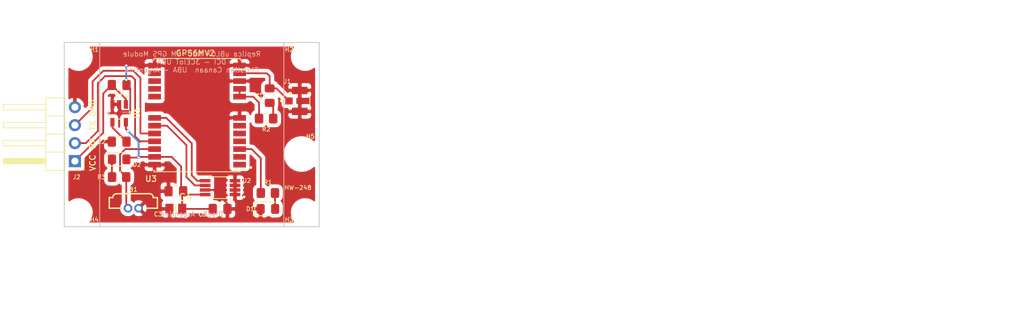
<source format=kicad_pcb>
(kicad_pcb (version 20171130) (host pcbnew 5.1.10-88a1d61d58~88~ubuntu18.04.1)

  (general
    (thickness 1.6)
    (drawings 21)
    (tracks 100)
    (zones 0)
    (modules 22)
    (nets 25)
  )

  (page A4)
  (title_block
    (title "Replica uBLOX NEO-6M GPS Module")
    (date 2021-08-08)
    (rev 1.1)
    (company "Christian Canaan Castro Botek UBA - Argentina")
    (comment 1 "DCI - 3CEIoT UBA")
    (comment 2 "Revisor: Docente Diego Brengui")
    (comment 3 "Copyright © 2011, u-blox AG")
  )

  (layers
    (0 F.Cu signal)
    (31 B.Cu power)
    (32 B.Adhes user)
    (33 F.Adhes user)
    (34 B.Paste user)
    (35 F.Paste user)
    (36 B.SilkS user)
    (37 F.SilkS user)
    (38 B.Mask user)
    (39 F.Mask user)
    (40 Dwgs.User user)
    (41 Cmts.User user)
    (42 Eco1.User user)
    (43 Eco2.User user)
    (44 Edge.Cuts user)
    (45 Margin user)
    (46 B.CrtYd user)
    (47 F.CrtYd user)
    (48 B.Fab user)
    (49 F.Fab user hide)
  )

  (setup
    (last_trace_width 0.25)
    (user_trace_width 0.25)
    (user_trace_width 0.5)
    (user_trace_width 0.8)
    (user_trace_width 1)
    (trace_clearance 0.2)
    (zone_clearance 0.508)
    (zone_45_only no)
    (trace_min 0.2)
    (via_size 0.4)
    (via_drill 0.3)
    (via_min_size 0.4)
    (via_min_drill 0.3)
    (uvia_size 0.3)
    (uvia_drill 0.1)
    (uvias_allowed no)
    (uvia_min_size 0.2)
    (uvia_min_drill 0.1)
    (edge_width 0.05)
    (segment_width 0.2)
    (pcb_text_width 0.3)
    (pcb_text_size 1.5 1.5)
    (mod_edge_width 0.12)
    (mod_text_size 1 1)
    (mod_text_width 0.15)
    (pad_size 1.524 1.524)
    (pad_drill 0.762)
    (pad_to_mask_clearance 0)
    (aux_axis_origin 0 0)
    (visible_elements FFFFFF7F)
    (pcbplotparams
      (layerselection 0x010fc_ffffffff)
      (usegerberextensions false)
      (usegerberattributes true)
      (usegerberadvancedattributes true)
      (creategerberjobfile true)
      (excludeedgelayer true)
      (linewidth 0.100000)
      (plotframeref false)
      (viasonmask false)
      (mode 1)
      (useauxorigin false)
      (hpglpennumber 1)
      (hpglpenspeed 20)
      (hpglpendiameter 15.000000)
      (psnegative false)
      (psa4output false)
      (plotreference true)
      (plotvalue true)
      (plotinvisibletext false)
      (padsonsilk false)
      (subtractmaskfromsilk false)
      (outputformat 1)
      (mirror false)
      (drillshape 1)
      (scaleselection 1)
      (outputdirectory ""))
  )

  (net 0 "")
  (net 1 "Net-(C2-Pad1)")
  (net 2 "Net-(D1-Pad2)")
  (net 3 "Net-(J1-Pad1)")
  (net 4 "Net-(L1-Pad2)")
  (net 5 "Net-(R2-Pad1)")
  (net 6 "Net-(B1-Pad+)")
  (net 7 GND)
  (net 8 VCC)
  (net 9 +3V3)
  (net 10 "Net-(D2-Pad1)")
  (net 11 /TXD1)
  (net 12 /RXD1)
  (net 13 "Net-(R1-Pad1)")
  (net 14 /SDA2)
  (net 15 /SCL2)
  (net 16 "Net-(U3-Pad1)")
  (net 17 "Net-(U3-Pad2)")
  (net 18 "Net-(U3-Pad4)")
  (net 19 "Net-(U3-Pad5)")
  (net 20 "Net-(U3-Pad6)")
  (net 21 "Net-(U3-Pad14)")
  (net 22 "Net-(U3-Pad15)")
  (net 23 "Net-(U3-Pad16)")
  (net 24 "Net-(U3-Pad17)")

  (net_class Default "This is the default net class."
    (clearance 0.2)
    (trace_width 0.25)
    (via_dia 0.4)
    (via_drill 0.3)
    (uvia_dia 0.3)
    (uvia_drill 0.1)
    (add_net +3V3)
    (add_net /RXD1)
    (add_net /SCL2)
    (add_net /SDA2)
    (add_net /TXD1)
    (add_net GND)
    (add_net "Net-(B1-Pad+)")
    (add_net "Net-(C2-Pad1)")
    (add_net "Net-(D1-Pad2)")
    (add_net "Net-(D2-Pad1)")
    (add_net "Net-(J1-Pad1)")
    (add_net "Net-(L1-Pad2)")
    (add_net "Net-(R1-Pad1)")
    (add_net "Net-(R2-Pad1)")
    (add_net "Net-(U3-Pad1)")
    (add_net "Net-(U3-Pad14)")
    (add_net "Net-(U3-Pad15)")
    (add_net "Net-(U3-Pad16)")
    (add_net "Net-(U3-Pad17)")
    (add_net "Net-(U3-Pad2)")
    (add_net "Net-(U3-Pad4)")
    (add_net "Net-(U3-Pad5)")
    (add_net "Net-(U3-Pad6)")
    (add_net VCC)
  )

  (module Connector_PinHeader_2.54mm:PinHeader_1x04_P2.54mm_Horizontal (layer F.Cu) (tedit 59FED5CB) (tstamp 611977C5)
    (at 115.5 101.75 180)
    (descr "Through hole angled pin header, 1x04, 2.54mm pitch, 6mm pin length, single row")
    (tags "Through hole angled pin header THT 1x04 2.54mm single row")
    (path /60FCF122)
    (fp_text reference J2 (at -0.25 -2.25) (layer F.SilkS)
      (effects (font (size 0.6 0.6) (thickness 0.1)))
    )
    (fp_text value Conn_01x04 (at 4.385 9.89) (layer F.Fab)
      (effects (font (size 1 1) (thickness 0.15)))
    )
    (fp_line (start 2.135 -1.27) (end 4.04 -1.27) (layer F.Fab) (width 0.1))
    (fp_line (start 4.04 -1.27) (end 4.04 8.89) (layer F.Fab) (width 0.1))
    (fp_line (start 4.04 8.89) (end 1.5 8.89) (layer F.Fab) (width 0.1))
    (fp_line (start 1.5 8.89) (end 1.5 -0.635) (layer F.Fab) (width 0.1))
    (fp_line (start 1.5 -0.635) (end 2.135 -1.27) (layer F.Fab) (width 0.1))
    (fp_line (start -0.32 -0.32) (end 1.5 -0.32) (layer F.Fab) (width 0.1))
    (fp_line (start -0.32 -0.32) (end -0.32 0.32) (layer F.Fab) (width 0.1))
    (fp_line (start -0.32 0.32) (end 1.5 0.32) (layer F.Fab) (width 0.1))
    (fp_line (start 4.04 -0.32) (end 10.04 -0.32) (layer F.Fab) (width 0.1))
    (fp_line (start 10.04 -0.32) (end 10.04 0.32) (layer F.Fab) (width 0.1))
    (fp_line (start 4.04 0.32) (end 10.04 0.32) (layer F.Fab) (width 0.1))
    (fp_line (start -0.32 2.22) (end 1.5 2.22) (layer F.Fab) (width 0.1))
    (fp_line (start -0.32 2.22) (end -0.32 2.86) (layer F.Fab) (width 0.1))
    (fp_line (start -0.32 2.86) (end 1.5 2.86) (layer F.Fab) (width 0.1))
    (fp_line (start 4.04 2.22) (end 10.04 2.22) (layer F.Fab) (width 0.1))
    (fp_line (start 10.04 2.22) (end 10.04 2.86) (layer F.Fab) (width 0.1))
    (fp_line (start 4.04 2.86) (end 10.04 2.86) (layer F.Fab) (width 0.1))
    (fp_line (start -0.32 4.76) (end 1.5 4.76) (layer F.Fab) (width 0.1))
    (fp_line (start -0.32 4.76) (end -0.32 5.4) (layer F.Fab) (width 0.1))
    (fp_line (start -0.32 5.4) (end 1.5 5.4) (layer F.Fab) (width 0.1))
    (fp_line (start 4.04 4.76) (end 10.04 4.76) (layer F.Fab) (width 0.1))
    (fp_line (start 10.04 4.76) (end 10.04 5.4) (layer F.Fab) (width 0.1))
    (fp_line (start 4.04 5.4) (end 10.04 5.4) (layer F.Fab) (width 0.1))
    (fp_line (start -0.32 7.3) (end 1.5 7.3) (layer F.Fab) (width 0.1))
    (fp_line (start -0.32 7.3) (end -0.32 7.94) (layer F.Fab) (width 0.1))
    (fp_line (start -0.32 7.94) (end 1.5 7.94) (layer F.Fab) (width 0.1))
    (fp_line (start 4.04 7.3) (end 10.04 7.3) (layer F.Fab) (width 0.1))
    (fp_line (start 10.04 7.3) (end 10.04 7.94) (layer F.Fab) (width 0.1))
    (fp_line (start 4.04 7.94) (end 10.04 7.94) (layer F.Fab) (width 0.1))
    (fp_line (start 1.44 -1.33) (end 1.44 8.95) (layer F.SilkS) (width 0.12))
    (fp_line (start 1.44 8.95) (end 4.1 8.95) (layer F.SilkS) (width 0.12))
    (fp_line (start 4.1 8.95) (end 4.1 -1.33) (layer F.SilkS) (width 0.12))
    (fp_line (start 4.1 -1.33) (end 1.44 -1.33) (layer F.SilkS) (width 0.12))
    (fp_line (start 4.1 -0.38) (end 10.1 -0.38) (layer F.SilkS) (width 0.12))
    (fp_line (start 10.1 -0.38) (end 10.1 0.38) (layer F.SilkS) (width 0.12))
    (fp_line (start 10.1 0.38) (end 4.1 0.38) (layer F.SilkS) (width 0.12))
    (fp_line (start 4.1 -0.32) (end 10.1 -0.32) (layer F.SilkS) (width 0.12))
    (fp_line (start 4.1 -0.2) (end 10.1 -0.2) (layer F.SilkS) (width 0.12))
    (fp_line (start 4.1 -0.08) (end 10.1 -0.08) (layer F.SilkS) (width 0.12))
    (fp_line (start 4.1 0.04) (end 10.1 0.04) (layer F.SilkS) (width 0.12))
    (fp_line (start 4.1 0.16) (end 10.1 0.16) (layer F.SilkS) (width 0.12))
    (fp_line (start 4.1 0.28) (end 10.1 0.28) (layer F.SilkS) (width 0.12))
    (fp_line (start 1.11 -0.38) (end 1.44 -0.38) (layer F.SilkS) (width 0.12))
    (fp_line (start 1.11 0.38) (end 1.44 0.38) (layer F.SilkS) (width 0.12))
    (fp_line (start 1.44 1.27) (end 4.1 1.27) (layer F.SilkS) (width 0.12))
    (fp_line (start 4.1 2.16) (end 10.1 2.16) (layer F.SilkS) (width 0.12))
    (fp_line (start 10.1 2.16) (end 10.1 2.92) (layer F.SilkS) (width 0.12))
    (fp_line (start 10.1 2.92) (end 4.1 2.92) (layer F.SilkS) (width 0.12))
    (fp_line (start 1.042929 2.16) (end 1.44 2.16) (layer F.SilkS) (width 0.12))
    (fp_line (start 1.042929 2.92) (end 1.44 2.92) (layer F.SilkS) (width 0.12))
    (fp_line (start 1.44 3.81) (end 4.1 3.81) (layer F.SilkS) (width 0.12))
    (fp_line (start 4.1 4.7) (end 10.1 4.7) (layer F.SilkS) (width 0.12))
    (fp_line (start 10.1 4.7) (end 10.1 5.46) (layer F.SilkS) (width 0.12))
    (fp_line (start 10.1 5.46) (end 4.1 5.46) (layer F.SilkS) (width 0.12))
    (fp_line (start 1.042929 4.7) (end 1.44 4.7) (layer F.SilkS) (width 0.12))
    (fp_line (start 1.042929 5.46) (end 1.44 5.46) (layer F.SilkS) (width 0.12))
    (fp_line (start 1.44 6.35) (end 4.1 6.35) (layer F.SilkS) (width 0.12))
    (fp_line (start 4.1 7.24) (end 10.1 7.24) (layer F.SilkS) (width 0.12))
    (fp_line (start 10.1 7.24) (end 10.1 8) (layer F.SilkS) (width 0.12))
    (fp_line (start 10.1 8) (end 4.1 8) (layer F.SilkS) (width 0.12))
    (fp_line (start 1.042929 7.24) (end 1.44 7.24) (layer F.SilkS) (width 0.12))
    (fp_line (start 1.042929 8) (end 1.44 8) (layer F.SilkS) (width 0.12))
    (fp_line (start -1.27 0) (end -1.27 -1.27) (layer F.SilkS) (width 0.12))
    (fp_line (start -1.27 -1.27) (end 0 -1.27) (layer F.SilkS) (width 0.12))
    (fp_line (start -1.8 -1.8) (end -1.8 9.4) (layer F.CrtYd) (width 0.05))
    (fp_line (start -1.8 9.4) (end 10.55 9.4) (layer F.CrtYd) (width 0.05))
    (fp_line (start 10.55 9.4) (end 10.55 -1.8) (layer F.CrtYd) (width 0.05))
    (fp_line (start 10.55 -1.8) (end -1.8 -1.8) (layer F.CrtYd) (width 0.05))
    (fp_text user %R (at 2.77 3.81 90) (layer F.Fab)
      (effects (font (size 1 1) (thickness 0.15)))
    )
    (pad 1 thru_hole rect (at 0 0 180) (size 1.7 1.7) (drill 1) (layers *.Cu *.Mask)
      (net 8 VCC))
    (pad 2 thru_hole oval (at 0 2.54 180) (size 1.7 1.7) (drill 1) (layers *.Cu *.Mask)
      (net 12 /RXD1))
    (pad 3 thru_hole oval (at 0 5.08 180) (size 1.7 1.7) (drill 1) (layers *.Cu *.Mask)
      (net 11 /TXD1))
    (pad 4 thru_hole oval (at 0 7.62 180) (size 1.7 1.7) (drill 1) (layers *.Cu *.Mask)
      (net 7 GND))
    (model ${KISYS3DMOD}/Connector_PinHeader_2.54mm.3dshapes/PinHeader_1x04_P2.54mm_Horizontal.wrl
      (at (xyz 0 0 0))
      (scale (xyz 1 1 1))
      (rotate (xyz 0 0 0))
    )
  )

  (module MountingHole:MountingHole_3mm (layer F.Cu) (tedit 56D1B4CB) (tstamp 61198717)
    (at 116 87)
    (descr "Mounting Hole 3mm, no annular")
    (tags "mounting hole 3mm no annular")
    (path /61193E6F)
    (attr virtual)
    (fp_text reference H1 (at 2.25 -1) (layer F.SilkS)
      (effects (font (size 0.6 0.6) (thickness 0.1)))
    )
    (fp_text value MountingHole (at 0 4) (layer F.Fab)
      (effects (font (size 1 1) (thickness 0.15)))
    )
    (fp_circle (center 0 0) (end 3 0) (layer Cmts.User) (width 0.15))
    (fp_circle (center 0 0) (end 3.25 0) (layer F.CrtYd) (width 0.05))
    (fp_text user %R (at 0.3 0) (layer F.Fab)
      (effects (font (size 1 1) (thickness 0.15)))
    )
    (pad 1 np_thru_hole circle (at 0 0) (size 3 3) (drill 3) (layers *.Cu *.Mask))
  )

  (module MountingHole:MountingHole_3mm (layer F.Cu) (tedit 56D1B4CB) (tstamp 6119871E)
    (at 148 87)
    (descr "Mounting Hole 3mm, no annular")
    (tags "mounting hole 3mm no annular")
    (path /611942D8)
    (attr virtual)
    (fp_text reference H2 (at -2.25 -1) (layer F.SilkS)
      (effects (font (size 0.6 0.6) (thickness 0.1)))
    )
    (fp_text value MountingHole (at 0 4) (layer F.Fab)
      (effects (font (size 1 1) (thickness 0.15)))
    )
    (fp_circle (center 0 0) (end 3.25 0) (layer F.CrtYd) (width 0.05))
    (fp_circle (center 0 0) (end 3 0) (layer Cmts.User) (width 0.15))
    (fp_text user %R (at 0.3 0) (layer F.Fab)
      (effects (font (size 1 1) (thickness 0.15)))
    )
    (pad 1 np_thru_hole circle (at 0 0) (size 3 3) (drill 3) (layers *.Cu *.Mask))
  )

  (module MountingHole:MountingHole_3mm (layer F.Cu) (tedit 56D1B4CB) (tstamp 61198725)
    (at 148 109)
    (descr "Mounting Hole 3mm, no annular")
    (tags "mounting hole 3mm no annular")
    (path /6119459C)
    (attr virtual)
    (fp_text reference H3 (at -2.25 1) (layer F.SilkS)
      (effects (font (size 0.6 0.6) (thickness 0.1)))
    )
    (fp_text value MountingHole (at 0 4) (layer F.Fab)
      (effects (font (size 1 1) (thickness 0.15)))
    )
    (fp_circle (center 0 0) (end 3 0) (layer Cmts.User) (width 0.15))
    (fp_circle (center 0 0) (end 3.25 0) (layer F.CrtYd) (width 0.05))
    (fp_text user %R (at 0.3 0) (layer F.Fab)
      (effects (font (size 1 1) (thickness 0.15)))
    )
    (pad 1 np_thru_hole circle (at 0 0) (size 3 3) (drill 3) (layers *.Cu *.Mask))
  )

  (module MountingHole:MountingHole_3mm (layer F.Cu) (tedit 56D1B4CB) (tstamp 6119872C)
    (at 116 109)
    (descr "Mounting Hole 3mm, no annular")
    (tags "mounting hole 3mm no annular")
    (path /611948E2)
    (attr virtual)
    (fp_text reference H4 (at 2.25 1) (layer F.SilkS)
      (effects (font (size 0.6 0.6) (thickness 0.1)))
    )
    (fp_text value MountingHole (at 0 4) (layer F.Fab)
      (effects (font (size 1 1) (thickness 0.15)))
    )
    (fp_circle (center 0 0) (end 3.25 0) (layer F.CrtYd) (width 0.05))
    (fp_circle (center 0 0) (end 3 0) (layer Cmts.User) (width 0.15))
    (fp_text user %R (at 0.3 0) (layer F.Fab)
      (effects (font (size 1 1) (thickness 0.15)))
    )
    (pad 1 np_thru_hole circle (at 0 0) (size 3 3) (drill 3) (layers *.Cu *.Mask))
  )

  (module MountingHole:MountingHole_4mm (layer F.Cu) (tedit 56D1B4CB) (tstamp 61198733)
    (at 147.5 100.75)
    (descr "Mounting Hole 4mm, no annular")
    (tags "mounting hole 4mm no annular")
    (path /611961F1)
    (attr virtual)
    (fp_text reference H5 (at 1.25 -2.5) (layer F.SilkS)
      (effects (font (size 0.6 0.6) (thickness 0.1)))
    )
    (fp_text value MountingHole (at 0 5) (layer F.Fab)
      (effects (font (size 1 1) (thickness 0.15)))
    )
    (fp_circle (center 0 0) (end 4 0) (layer Cmts.User) (width 0.15))
    (fp_circle (center 0 0) (end 4.25 0) (layer F.CrtYd) (width 0.05))
    (fp_text user %R (at 0.3 0) (layer F.Fab)
      (effects (font (size 1 1) (thickness 0.15)))
    )
    (pad 1 np_thru_hole circle (at 0 0) (size 4 4) (drill 4) (layers *.Cu *.Mask))
  )

  (module Capacitor_SMD:C_0805_2012Metric_Pad1.18x1.45mm_HandSolder (layer F.Cu) (tedit 5F68FEEF) (tstamp 611DAB6C)
    (at 121.75 91)
    (descr "Capacitor SMD 0805 (2012 Metric), square (rectangular) end terminal, IPC_7351 nominal with elongated pad for handsoldering. (Body size source: IPC-SM-782 page 76, https://www.pcb-3d.com/wordpress/wp-content/uploads/ipc-sm-782a_amendment_1_and_2.pdf, https://docs.google.com/spreadsheets/d/1BsfQQcO9C6DZCsRaXUlFlo91Tg2WpOkGARC1WS5S8t0/edit?usp=sharing), generated with kicad-footprint-generator")
    (tags "capacitor handsolder")
    (path /611DC355)
    (attr smd)
    (fp_text reference C1 (at 0 1.5) (layer F.SilkS)
      (effects (font (size 0.6 0.6) (thickness 0.1)))
    )
    (fp_text value 0.1uF (at 0 1.68) (layer F.Fab)
      (effects (font (size 1 1) (thickness 0.15)))
    )
    (fp_line (start 1.88 0.98) (end -1.88 0.98) (layer F.CrtYd) (width 0.05))
    (fp_line (start 1.88 -0.98) (end 1.88 0.98) (layer F.CrtYd) (width 0.05))
    (fp_line (start -1.88 -0.98) (end 1.88 -0.98) (layer F.CrtYd) (width 0.05))
    (fp_line (start -1.88 0.98) (end -1.88 -0.98) (layer F.CrtYd) (width 0.05))
    (fp_line (start -0.261252 0.735) (end 0.261252 0.735) (layer F.SilkS) (width 0.12))
    (fp_line (start -0.261252 -0.735) (end 0.261252 -0.735) (layer F.SilkS) (width 0.12))
    (fp_line (start 1 0.625) (end -1 0.625) (layer F.Fab) (width 0.1))
    (fp_line (start 1 -0.625) (end 1 0.625) (layer F.Fab) (width 0.1))
    (fp_line (start -1 -0.625) (end 1 -0.625) (layer F.Fab) (width 0.1))
    (fp_line (start -1 0.625) (end -1 -0.625) (layer F.Fab) (width 0.1))
    (fp_text user %R (at 0 0) (layer F.Fab)
      (effects (font (size 0.5 0.5) (thickness 0.08)))
    )
    (pad 1 smd roundrect (at -1.0375 0) (size 1.175 1.45) (layers F.Cu F.Paste F.Mask) (roundrect_rratio 0.212766)
      (net 8 VCC))
    (pad 2 smd roundrect (at 1.0375 0) (size 1.175 1.45) (layers F.Cu F.Paste F.Mask) (roundrect_rratio 0.212766)
      (net 7 GND))
    (model ${KISYS3DMOD}/Capacitor_SMD.3dshapes/C_0805_2012Metric.wrl
      (at (xyz 0 0 0))
      (scale (xyz 1 1 1))
      (rotate (xyz 0 0 0))
    )
  )

  (module Capacitor_SMD:C_0805_2012Metric_Pad1.18x1.45mm_HandSolder (layer F.Cu) (tedit 5F68FEEF) (tstamp 611DAB7D)
    (at 121.75 99 180)
    (descr "Capacitor SMD 0805 (2012 Metric), square (rectangular) end terminal, IPC_7351 nominal with elongated pad for handsoldering. (Body size source: IPC-SM-782 page 76, https://www.pcb-3d.com/wordpress/wp-content/uploads/ipc-sm-782a_amendment_1_and_2.pdf, https://docs.google.com/spreadsheets/d/1BsfQQcO9C6DZCsRaXUlFlo91Tg2WpOkGARC1WS5S8t0/edit?usp=sharing), generated with kicad-footprint-generator")
    (tags "capacitor handsolder")
    (path /611DC35B)
    (attr smd)
    (fp_text reference C2 (at 2.5 0) (layer F.SilkS)
      (effects (font (size 0.6 0.6) (thickness 0.1)))
    )
    (fp_text value 0.01uF (at 0 1.68) (layer F.Fab)
      (effects (font (size 1 1) (thickness 0.15)))
    )
    (fp_line (start -1 0.625) (end -1 -0.625) (layer F.Fab) (width 0.1))
    (fp_line (start -1 -0.625) (end 1 -0.625) (layer F.Fab) (width 0.1))
    (fp_line (start 1 -0.625) (end 1 0.625) (layer F.Fab) (width 0.1))
    (fp_line (start 1 0.625) (end -1 0.625) (layer F.Fab) (width 0.1))
    (fp_line (start -0.261252 -0.735) (end 0.261252 -0.735) (layer F.SilkS) (width 0.12))
    (fp_line (start -0.261252 0.735) (end 0.261252 0.735) (layer F.SilkS) (width 0.12))
    (fp_line (start -1.88 0.98) (end -1.88 -0.98) (layer F.CrtYd) (width 0.05))
    (fp_line (start -1.88 -0.98) (end 1.88 -0.98) (layer F.CrtYd) (width 0.05))
    (fp_line (start 1.88 -0.98) (end 1.88 0.98) (layer F.CrtYd) (width 0.05))
    (fp_line (start 1.88 0.98) (end -1.88 0.98) (layer F.CrtYd) (width 0.05))
    (fp_text user %R (at 0 0) (layer F.Fab)
      (effects (font (size 0.5 0.5) (thickness 0.08)))
    )
    (pad 2 smd roundrect (at 1.0375 0 180) (size 1.175 1.45) (layers F.Cu F.Paste F.Mask) (roundrect_rratio 0.212766)
      (net 7 GND))
    (pad 1 smd roundrect (at -1.0375 0 180) (size 1.175 1.45) (layers F.Cu F.Paste F.Mask) (roundrect_rratio 0.212766)
      (net 1 "Net-(C2-Pad1)"))
    (model ${KISYS3DMOD}/Capacitor_SMD.3dshapes/C_0805_2012Metric.wrl
      (at (xyz 0 0 0))
      (scale (xyz 1 1 1))
      (rotate (xyz 0 0 0))
    )
  )

  (module Capacitor_SMD:C_0805_2012Metric_Pad1.18x1.45mm_HandSolder (layer F.Cu) (tedit 5F68FEEF) (tstamp 611DAB8E)
    (at 129.75 106 180)
    (descr "Capacitor SMD 0805 (2012 Metric), square (rectangular) end terminal, IPC_7351 nominal with elongated pad for handsoldering. (Body size source: IPC-SM-782 page 76, https://www.pcb-3d.com/wordpress/wp-content/uploads/ipc-sm-782a_amendment_1_and_2.pdf, https://docs.google.com/spreadsheets/d/1BsfQQcO9C6DZCsRaXUlFlo91Tg2WpOkGARC1WS5S8t0/edit?usp=sharing), generated with kicad-footprint-generator")
    (tags "capacitor handsolder")
    (path /611DC361)
    (attr smd)
    (fp_text reference C3 (at 2.5 -3.25) (layer F.SilkS)
      (effects (font (size 0.6 0.6) (thickness 0.1)))
    )
    (fp_text value 4.7uF (at 0 1.68) (layer F.Fab)
      (effects (font (size 1 1) (thickness 0.15)))
    )
    (fp_line (start 1.88 0.98) (end -1.88 0.98) (layer F.CrtYd) (width 0.05))
    (fp_line (start 1.88 -0.98) (end 1.88 0.98) (layer F.CrtYd) (width 0.05))
    (fp_line (start -1.88 -0.98) (end 1.88 -0.98) (layer F.CrtYd) (width 0.05))
    (fp_line (start -1.88 0.98) (end -1.88 -0.98) (layer F.CrtYd) (width 0.05))
    (fp_line (start -0.261252 0.735) (end 0.261252 0.735) (layer F.SilkS) (width 0.12))
    (fp_line (start -0.261252 -0.735) (end 0.261252 -0.735) (layer F.SilkS) (width 0.12))
    (fp_line (start 1 0.625) (end -1 0.625) (layer F.Fab) (width 0.1))
    (fp_line (start 1 -0.625) (end 1 0.625) (layer F.Fab) (width 0.1))
    (fp_line (start -1 -0.625) (end 1 -0.625) (layer F.Fab) (width 0.1))
    (fp_line (start -1 0.625) (end -1 -0.625) (layer F.Fab) (width 0.1))
    (fp_text user %R (at 0 0) (layer F.Fab)
      (effects (font (size 0.5 0.5) (thickness 0.08)))
    )
    (pad 1 smd roundrect (at -1.0375 0 180) (size 1.175 1.45) (layers F.Cu F.Paste F.Mask) (roundrect_rratio 0.212766)
      (net 9 +3V3))
    (pad 2 smd roundrect (at 1.0375 0 180) (size 1.175 1.45) (layers F.Cu F.Paste F.Mask) (roundrect_rratio 0.212766)
      (net 7 GND))
    (model ${KISYS3DMOD}/Capacitor_SMD.3dshapes/C_0805_2012Metric.wrl
      (at (xyz 0 0 0))
      (scale (xyz 1 1 1))
      (rotate (xyz 0 0 0))
    )
  )

  (module Capacitor_SMD:C_0805_2012Metric_Pad1.18x1.45mm_HandSolder (layer F.Cu) (tedit 5F68FEEF) (tstamp 611DABB0)
    (at 136 108.5)
    (descr "Capacitor SMD 0805 (2012 Metric), square (rectangular) end terminal, IPC_7351 nominal with elongated pad for handsoldering. (Body size source: IPC-SM-782 page 76, https://www.pcb-3d.com/wordpress/wp-content/uploads/ipc-sm-782a_amendment_1_and_2.pdf, https://docs.google.com/spreadsheets/d/1BsfQQcO9C6DZCsRaXUlFlo91Tg2WpOkGARC1WS5S8t0/edit?usp=sharing), generated with kicad-footprint-generator")
    (tags "capacitor handsolder")
    (path /611DEAC3)
    (attr smd)
    (fp_text reference C5 (at -2.5 0.75) (layer F.SilkS)
      (effects (font (size 0.6 0.6) (thickness 0.1)))
    )
    (fp_text value 0.1uF (at 0 1.68) (layer F.Fab)
      (effects (font (size 1 1) (thickness 0.15)))
    )
    (fp_line (start -1 0.625) (end -1 -0.625) (layer F.Fab) (width 0.1))
    (fp_line (start -1 -0.625) (end 1 -0.625) (layer F.Fab) (width 0.1))
    (fp_line (start 1 -0.625) (end 1 0.625) (layer F.Fab) (width 0.1))
    (fp_line (start 1 0.625) (end -1 0.625) (layer F.Fab) (width 0.1))
    (fp_line (start -0.261252 -0.735) (end 0.261252 -0.735) (layer F.SilkS) (width 0.12))
    (fp_line (start -0.261252 0.735) (end 0.261252 0.735) (layer F.SilkS) (width 0.12))
    (fp_line (start -1.88 0.98) (end -1.88 -0.98) (layer F.CrtYd) (width 0.05))
    (fp_line (start -1.88 -0.98) (end 1.88 -0.98) (layer F.CrtYd) (width 0.05))
    (fp_line (start 1.88 -0.98) (end 1.88 0.98) (layer F.CrtYd) (width 0.05))
    (fp_line (start 1.88 0.98) (end -1.88 0.98) (layer F.CrtYd) (width 0.05))
    (fp_text user %R (at 0 0) (layer F.Fab)
      (effects (font (size 0.5 0.5) (thickness 0.08)))
    )
    (pad 2 smd roundrect (at 1.0375 0) (size 1.175 1.45) (layers F.Cu F.Paste F.Mask) (roundrect_rratio 0.212766)
      (net 7 GND))
    (pad 1 smd roundrect (at -1.0375 0) (size 1.175 1.45) (layers F.Cu F.Paste F.Mask) (roundrect_rratio 0.212766)
      (net 9 +3V3))
    (model ${KISYS3DMOD}/Capacitor_SMD.3dshapes/C_0805_2012Metric.wrl
      (at (xyz 0 0 0))
      (scale (xyz 1 1 1))
      (rotate (xyz 0 0 0))
    )
  )

  (module LED_SMD:LED_0805_2012Metric_Pad1.15x1.40mm_HandSolder (layer F.Cu) (tedit 5F68FEF1) (tstamp 611DABC3)
    (at 142.75 108.5)
    (descr "LED SMD 0805 (2012 Metric), square (rectangular) end terminal, IPC_7351 nominal, (Body size source: https://docs.google.com/spreadsheets/d/1BsfQQcO9C6DZCsRaXUlFlo91Tg2WpOkGARC1WS5S8t0/edit?usp=sharing), generated with kicad-footprint-generator")
    (tags "LED handsolder")
    (path /61206900)
    (attr smd)
    (fp_text reference D1 (at -2.5 0) (layer F.SilkS)
      (effects (font (size 0.6 0.6) (thickness 0.1)))
    )
    (fp_text value FIX (at 0 1.65) (layer F.Fab)
      (effects (font (size 1 1) (thickness 0.15)))
    )
    (fp_line (start 1.85 0.95) (end -1.85 0.95) (layer F.CrtYd) (width 0.05))
    (fp_line (start 1.85 -0.95) (end 1.85 0.95) (layer F.CrtYd) (width 0.05))
    (fp_line (start -1.85 -0.95) (end 1.85 -0.95) (layer F.CrtYd) (width 0.05))
    (fp_line (start -1.85 0.95) (end -1.85 -0.95) (layer F.CrtYd) (width 0.05))
    (fp_line (start -1.86 0.96) (end 1 0.96) (layer F.SilkS) (width 0.12))
    (fp_line (start -1.86 -0.96) (end -1.86 0.96) (layer F.SilkS) (width 0.12))
    (fp_line (start 1 -0.96) (end -1.86 -0.96) (layer F.SilkS) (width 0.12))
    (fp_line (start 1 0.6) (end 1 -0.6) (layer F.Fab) (width 0.1))
    (fp_line (start -1 0.6) (end 1 0.6) (layer F.Fab) (width 0.1))
    (fp_line (start -1 -0.3) (end -1 0.6) (layer F.Fab) (width 0.1))
    (fp_line (start -0.7 -0.6) (end -1 -0.3) (layer F.Fab) (width 0.1))
    (fp_line (start 1 -0.6) (end -0.7 -0.6) (layer F.Fab) (width 0.1))
    (fp_text user %R (at 0 0) (layer F.Fab)
      (effects (font (size 0.5 0.5) (thickness 0.08)))
    )
    (pad 1 smd roundrect (at -1.025 0) (size 1.15 1.4) (layers F.Cu F.Paste F.Mask) (roundrect_rratio 0.217391)
      (net 7 GND))
    (pad 2 smd roundrect (at 1.025 0) (size 1.15 1.4) (layers F.Cu F.Paste F.Mask) (roundrect_rratio 0.217391)
      (net 2 "Net-(D1-Pad2)"))
    (model ${KISYS3DMOD}/LED_SMD.3dshapes/LED_0805_2012Metric.wrl
      (at (xyz 0 0 0))
      (scale (xyz 1 1 1))
      (rotate (xyz 0 0 0))
    )
  )

  (module Diode_SMD:D_0805_2012Metric_Pad1.15x1.40mm_HandSolder (layer F.Cu) (tedit 5F68FEF0) (tstamp 611DABD6)
    (at 121.75 101.5)
    (descr "Diode SMD 0805 (2012 Metric), square (rectangular) end terminal, IPC_7351 nominal, (Body size source: https://docs.google.com/spreadsheets/d/1BsfQQcO9C6DZCsRaXUlFlo91Tg2WpOkGARC1WS5S8t0/edit?usp=sharing), generated with kicad-footprint-generator")
    (tags "diode handsolder")
    (path /61206906)
    (attr smd)
    (fp_text reference D2 (at 2.5 0.75) (layer F.SilkS)
      (effects (font (size 0.6 0.6) (thickness 0.1)))
    )
    (fp_text value 1N5817 (at 0 1.65) (layer F.Fab)
      (effects (font (size 1 1) (thickness 0.15)))
    )
    (fp_line (start 1.85 0.95) (end -1.85 0.95) (layer F.CrtYd) (width 0.05))
    (fp_line (start 1.85 -0.95) (end 1.85 0.95) (layer F.CrtYd) (width 0.05))
    (fp_line (start -1.85 -0.95) (end 1.85 -0.95) (layer F.CrtYd) (width 0.05))
    (fp_line (start -1.85 0.95) (end -1.85 -0.95) (layer F.CrtYd) (width 0.05))
    (fp_line (start -1.86 0.96) (end 1 0.96) (layer F.SilkS) (width 0.12))
    (fp_line (start -1.86 -0.96) (end -1.86 0.96) (layer F.SilkS) (width 0.12))
    (fp_line (start 1 -0.96) (end -1.86 -0.96) (layer F.SilkS) (width 0.12))
    (fp_line (start 1 0.6) (end 1 -0.6) (layer F.Fab) (width 0.1))
    (fp_line (start -1 0.6) (end 1 0.6) (layer F.Fab) (width 0.1))
    (fp_line (start -1 -0.3) (end -1 0.6) (layer F.Fab) (width 0.1))
    (fp_line (start -0.7 -0.6) (end -1 -0.3) (layer F.Fab) (width 0.1))
    (fp_line (start 1 -0.6) (end -0.7 -0.6) (layer F.Fab) (width 0.1))
    (fp_text user %R (at 0 0) (layer F.Fab)
      (effects (font (size 0.5 0.5) (thickness 0.08)))
    )
    (pad 1 smd roundrect (at -1.025 0) (size 1.15 1.4) (layers F.Cu F.Paste F.Mask) (roundrect_rratio 0.217391)
      (net 10 "Net-(D2-Pad1)"))
    (pad 2 smd roundrect (at 1.025 0) (size 1.15 1.4) (layers F.Cu F.Paste F.Mask) (roundrect_rratio 0.217391)
      (net 9 +3V3))
    (model ${KISYS3DMOD}/Diode_SMD.3dshapes/D_0805_2012Metric.wrl
      (at (xyz 0 0 0))
      (scale (xyz 1 1 1))
      (rotate (xyz 0 0 0))
    )
  )

  (module Inductor_SMD:L_0805_2012Metric_Pad1.15x1.40mm_HandSolder (layer F.Cu) (tedit 5F68FEF0) (tstamp 611DABFC)
    (at 143 92.5 270)
    (descr "Inductor SMD 0805 (2012 Metric), square (rectangular) end terminal, IPC_7351 nominal with elongated pad for handsoldering. (Body size source: https://docs.google.com/spreadsheets/d/1BsfQQcO9C6DZCsRaXUlFlo91Tg2WpOkGARC1WS5S8t0/edit?usp=sharing), generated with kicad-footprint-generator")
    (tags "inductor handsolder")
    (path /6120691D)
    (attr smd)
    (fp_text reference L1 (at 0 1.5 90) (layer F.SilkS)
      (effects (font (size 0.6 0.6) (thickness 0.1)))
    )
    (fp_text value 27uH (at 0 1.65 90) (layer F.Fab)
      (effects (font (size 1 1) (thickness 0.15)))
    )
    (fp_line (start 1.85 0.95) (end -1.85 0.95) (layer F.CrtYd) (width 0.05))
    (fp_line (start 1.85 -0.95) (end 1.85 0.95) (layer F.CrtYd) (width 0.05))
    (fp_line (start -1.85 -0.95) (end 1.85 -0.95) (layer F.CrtYd) (width 0.05))
    (fp_line (start -1.85 0.95) (end -1.85 -0.95) (layer F.CrtYd) (width 0.05))
    (fp_line (start -0.261252 0.71) (end 0.261252 0.71) (layer F.SilkS) (width 0.12))
    (fp_line (start -0.261252 -0.71) (end 0.261252 -0.71) (layer F.SilkS) (width 0.12))
    (fp_line (start 1 0.6) (end -1 0.6) (layer F.Fab) (width 0.1))
    (fp_line (start 1 -0.6) (end 1 0.6) (layer F.Fab) (width 0.1))
    (fp_line (start -1 -0.6) (end 1 -0.6) (layer F.Fab) (width 0.1))
    (fp_line (start -1 0.6) (end -1 -0.6) (layer F.Fab) (width 0.1))
    (fp_text user %R (at 0 0 90) (layer F.Fab)
      (effects (font (size 0.5 0.5) (thickness 0.08)))
    )
    (pad 1 smd roundrect (at -1.025 0 270) (size 1.15 1.4) (layers F.Cu F.Paste F.Mask) (roundrect_rratio 0.217391)
      (net 3 "Net-(J1-Pad1)"))
    (pad 2 smd roundrect (at 1.025 0 270) (size 1.15 1.4) (layers F.Cu F.Paste F.Mask) (roundrect_rratio 0.217391)
      (net 4 "Net-(L1-Pad2)"))
    (model ${KISYS3DMOD}/Inductor_SMD.3dshapes/L_0805_2012Metric.wrl
      (at (xyz 0 0 0))
      (scale (xyz 1 1 1))
      (rotate (xyz 0 0 0))
    )
  )

  (module Resistor_SMD:R_0805_2012Metric_Pad1.20x1.40mm_HandSolder (layer F.Cu) (tedit 5F68FEEE) (tstamp 611DAC0D)
    (at 142.75 106.25)
    (descr "Resistor SMD 0805 (2012 Metric), square (rectangular) end terminal, IPC_7351 nominal with elongated pad for handsoldering. (Body size source: IPC-SM-782 page 72, https://www.pcb-3d.com/wordpress/wp-content/uploads/ipc-sm-782a_amendment_1_and_2.pdf), generated with kicad-footprint-generator")
    (tags "resistor handsolder")
    (path /612068F4)
    (attr smd)
    (fp_text reference R1 (at 0 -1.5) (layer F.SilkS)
      (effects (font (size 0.6 0.6) (thickness 0.1)))
    )
    (fp_text value 1K (at 0 1.65) (layer F.Fab)
      (effects (font (size 1 1) (thickness 0.15)))
    )
    (fp_line (start -1 0.625) (end -1 -0.625) (layer F.Fab) (width 0.1))
    (fp_line (start -1 -0.625) (end 1 -0.625) (layer F.Fab) (width 0.1))
    (fp_line (start 1 -0.625) (end 1 0.625) (layer F.Fab) (width 0.1))
    (fp_line (start 1 0.625) (end -1 0.625) (layer F.Fab) (width 0.1))
    (fp_line (start -0.227064 -0.735) (end 0.227064 -0.735) (layer F.SilkS) (width 0.12))
    (fp_line (start -0.227064 0.735) (end 0.227064 0.735) (layer F.SilkS) (width 0.12))
    (fp_line (start -1.85 0.95) (end -1.85 -0.95) (layer F.CrtYd) (width 0.05))
    (fp_line (start -1.85 -0.95) (end 1.85 -0.95) (layer F.CrtYd) (width 0.05))
    (fp_line (start 1.85 -0.95) (end 1.85 0.95) (layer F.CrtYd) (width 0.05))
    (fp_line (start 1.85 0.95) (end -1.85 0.95) (layer F.CrtYd) (width 0.05))
    (fp_text user %R (at 0 0) (layer F.Fab)
      (effects (font (size 0.5 0.5) (thickness 0.08)))
    )
    (pad 2 smd roundrect (at 1 0) (size 1.2 1.4) (layers F.Cu F.Paste F.Mask) (roundrect_rratio 0.208333)
      (net 2 "Net-(D1-Pad2)"))
    (pad 1 smd roundrect (at -1 0) (size 1.2 1.4) (layers F.Cu F.Paste F.Mask) (roundrect_rratio 0.208333)
      (net 13 "Net-(R1-Pad1)"))
    (model ${KISYS3DMOD}/Resistor_SMD.3dshapes/R_0805_2012Metric.wrl
      (at (xyz 0 0 0))
      (scale (xyz 1 1 1))
      (rotate (xyz 0 0 0))
    )
  )

  (module Resistor_SMD:R_0805_2012Metric_Pad1.20x1.40mm_HandSolder (layer F.Cu) (tedit 5F68FEEE) (tstamp 611DAC1E)
    (at 142.5 95.75)
    (descr "Resistor SMD 0805 (2012 Metric), square (rectangular) end terminal, IPC_7351 nominal with elongated pad for handsoldering. (Body size source: IPC-SM-782 page 72, https://www.pcb-3d.com/wordpress/wp-content/uploads/ipc-sm-782a_amendment_1_and_2.pdf), generated with kicad-footprint-generator")
    (tags "resistor handsolder")
    (path /612068FA)
    (attr smd)
    (fp_text reference R2 (at 0 1.5) (layer F.SilkS)
      (effects (font (size 0.6 0.6) (thickness 0.1)))
    )
    (fp_text value 22R (at 0 1.65) (layer F.Fab)
      (effects (font (size 1 1) (thickness 0.15)))
    )
    (fp_line (start 1.85 0.95) (end -1.85 0.95) (layer F.CrtYd) (width 0.05))
    (fp_line (start 1.85 -0.95) (end 1.85 0.95) (layer F.CrtYd) (width 0.05))
    (fp_line (start -1.85 -0.95) (end 1.85 -0.95) (layer F.CrtYd) (width 0.05))
    (fp_line (start -1.85 0.95) (end -1.85 -0.95) (layer F.CrtYd) (width 0.05))
    (fp_line (start -0.227064 0.735) (end 0.227064 0.735) (layer F.SilkS) (width 0.12))
    (fp_line (start -0.227064 -0.735) (end 0.227064 -0.735) (layer F.SilkS) (width 0.12))
    (fp_line (start 1 0.625) (end -1 0.625) (layer F.Fab) (width 0.1))
    (fp_line (start 1 -0.625) (end 1 0.625) (layer F.Fab) (width 0.1))
    (fp_line (start -1 -0.625) (end 1 -0.625) (layer F.Fab) (width 0.1))
    (fp_line (start -1 0.625) (end -1 -0.625) (layer F.Fab) (width 0.1))
    (fp_text user %R (at 0 0) (layer F.Fab)
      (effects (font (size 0.5 0.5) (thickness 0.08)))
    )
    (pad 1 smd roundrect (at -1 0) (size 1.2 1.4) (layers F.Cu F.Paste F.Mask) (roundrect_rratio 0.208333)
      (net 5 "Net-(R2-Pad1)"))
    (pad 2 smd roundrect (at 1 0) (size 1.2 1.4) (layers F.Cu F.Paste F.Mask) (roundrect_rratio 0.208333)
      (net 4 "Net-(L1-Pad2)"))
    (model ${KISYS3DMOD}/Resistor_SMD.3dshapes/R_0805_2012Metric.wrl
      (at (xyz 0 0 0))
      (scale (xyz 1 1 1))
      (rotate (xyz 0 0 0))
    )
  )

  (module Resistor_SMD:R_0805_2012Metric_Pad1.20x1.40mm_HandSolder (layer F.Cu) (tedit 5F68FEEE) (tstamp 611DAC2F)
    (at 121.75 104)
    (descr "Resistor SMD 0805 (2012 Metric), square (rectangular) end terminal, IPC_7351 nominal with elongated pad for handsoldering. (Body size source: IPC-SM-782 page 72, https://www.pcb-3d.com/wordpress/wp-content/uploads/ipc-sm-782a_amendment_1_and_2.pdf), generated with kicad-footprint-generator")
    (tags "resistor handsolder")
    (path /612068EE)
    (attr smd)
    (fp_text reference R3 (at -2.5 0) (layer F.SilkS)
      (effects (font (size 0.6 0.6) (thickness 0.1)))
    )
    (fp_text value 1K (at 0 1.65) (layer F.Fab)
      (effects (font (size 1 1) (thickness 0.15)))
    )
    (fp_line (start 1.85 0.95) (end -1.85 0.95) (layer F.CrtYd) (width 0.05))
    (fp_line (start 1.85 -0.95) (end 1.85 0.95) (layer F.CrtYd) (width 0.05))
    (fp_line (start -1.85 -0.95) (end 1.85 -0.95) (layer F.CrtYd) (width 0.05))
    (fp_line (start -1.85 0.95) (end -1.85 -0.95) (layer F.CrtYd) (width 0.05))
    (fp_line (start -0.227064 0.735) (end 0.227064 0.735) (layer F.SilkS) (width 0.12))
    (fp_line (start -0.227064 -0.735) (end 0.227064 -0.735) (layer F.SilkS) (width 0.12))
    (fp_line (start 1 0.625) (end -1 0.625) (layer F.Fab) (width 0.1))
    (fp_line (start 1 -0.625) (end 1 0.625) (layer F.Fab) (width 0.1))
    (fp_line (start -1 -0.625) (end 1 -0.625) (layer F.Fab) (width 0.1))
    (fp_line (start -1 0.625) (end -1 -0.625) (layer F.Fab) (width 0.1))
    (fp_text user %R (at 0 0) (layer F.Fab)
      (effects (font (size 0.5 0.5) (thickness 0.08)))
    )
    (pad 1 smd roundrect (at -1 0) (size 1.2 1.4) (layers F.Cu F.Paste F.Mask) (roundrect_rratio 0.208333)
      (net 10 "Net-(D2-Pad1)"))
    (pad 2 smd roundrect (at 1 0) (size 1.2 1.4) (layers F.Cu F.Paste F.Mask) (roundrect_rratio 0.208333)
      (net 6 "Net-(B1-Pad+)"))
    (model ${KISYS3DMOD}/Resistor_SMD.3dshapes/R_0805_2012Metric.wrl
      (at (xyz 0 0 0))
      (scale (xyz 1 1 1))
      (rotate (xyz 0 0 0))
    )
  )

  (module foot:MS621FE (layer F.Cu) (tedit 611AF9EF) (tstamp 611EBABA)
    (at 123.75 107 180)
    (descr "BATTERY LITHIUM 3V RECHARGE")
    (path /61206968)
    (fp_text reference B1 (at 0 1.25) (layer F.SilkS)
      (effects (font (size 0.6 0.6) (thickness 0.1)))
    )
    (fp_text value MS621FE (at 0.745012 1.494026) (layer F.Fab)
      (effects (font (size 0.64018 0.64018) (thickness 0.15)))
    )
    (fp_line (start -3.4 -1.4) (end -1.7 -1.4) (layer F.SilkS) (width 0.2032))
    (fp_line (start 1.7 -1.4) (end 3.4 -1.4) (layer F.SilkS) (width 0.2032))
    (fp_line (start 3.4 -1.4) (end 3.4 0.1) (layer F.SilkS) (width 0.2032))
    (fp_line (start 3.4 0.1) (end 2.9 0.1) (layer F.SilkS) (width 0.2032))
    (fp_line (start 2.35 0.65) (end -2.35 0.65) (layer F.SilkS) (width 0.2032))
    (fp_line (start -2.8 0.1) (end -3.4 0.1) (layer F.SilkS) (width 0.2032))
    (fp_line (start -3.4 0.1) (end -3.4 -1.4) (layer F.SilkS) (width 0.2032))
    (fp_line (start -2.8 0.1) (end 2.9 0.1) (layer F.Fab) (width 0.2032))
    (fp_line (start 1.7 -1.4) (end -1.7 -1.4) (layer F.Fab) (width 0.2032))
    (fp_arc (start 2.35 0.1) (end 2.35 0.65) (angle -90) (layer F.SilkS) (width 0.2032))
    (fp_arc (start -2.3 0.15) (end -2.8 0.1) (angle -90) (layer F.SilkS) (width 0.2032))
    (pad - thru_hole circle (at -0.75 -1.4 180) (size 1.2192 1.2192) (drill 0.7112) (layers *.Cu *.Mask)
      (net 7 GND))
    (pad + thru_hole circle (at 0.75 -1.4 180) (size 1.2192 1.2192) (drill 0.7112) (layers *.Cu *.Mask)
      (net 6 "Net-(B1-Pad+)"))
  )

  (module foot:CAPC2012X140N (layer F.Cu) (tedit 611D5340) (tstamp 611F4FDF)
    (at 129.75 108.5)
    (path /6121DBCC)
    (fp_text reference C4 (at 1.375 -1.635) (layer F.SilkS)
      (effects (font (size 1 1) (thickness 0.15)))
    )
    (fp_text value TAJP156M006SNJ (at 6.455 1.665) (layer F.Fab)
      (effects (font (size 1 1) (thickness 0.15)))
    )
    (fp_poly (pts (xy 0.5 -0.65) (xy 1 -0.65) (xy 1 0.65) (xy 0.5 0.65)) (layer F.Fab) (width 0.01))
    (fp_poly (pts (xy -1 -0.65) (xy -0.5 -0.65) (xy -0.5 0.65) (xy -1 0.65)) (layer F.Fab) (width 0.01))
    (fp_line (start -1 0.65) (end -1 -0.65) (layer F.Fab) (width 0.127))
    (fp_line (start 1 0.65) (end -1 0.65) (layer F.Fab) (width 0.127))
    (fp_line (start 1 -0.65) (end 1 0.65) (layer F.Fab) (width 0.127))
    (fp_line (start -1 -0.65) (end 1 -0.65) (layer F.Fab) (width 0.127))
    (fp_line (start -1.75 1) (end -1.75 -1) (layer F.CrtYd) (width 0.05))
    (fp_line (start 1.75 1) (end -1.75 1) (layer F.CrtYd) (width 0.05))
    (fp_line (start 1.75 -1) (end 1.75 1) (layer F.CrtYd) (width 0.05))
    (fp_line (start -1.75 -1) (end 1.75 -1) (layer F.CrtYd) (width 0.05))
    (fp_line (start 0 -0.55) (end 0 0.55) (layer F.SilkS) (width 0.2))
    (pad 1 smd rect (at -0.9 0) (size 1.15 1.45) (layers F.Cu F.Paste F.Mask)
      (net 7 GND))
    (pad 2 smd rect (at 0.9 0) (size 1.15 1.45) (layers F.Cu F.Paste F.Mask)
      (net 9 +3V3))
    (model ${KIPRJMOD}/3D_Models/TAJP156M006SNJ.STEP
      (at (xyz 0 0 0))
      (scale (xyz 1 1 1))
      (rotate (xyz -90 0 180))
    )
  )

  (module foot:LINX_CONUFL001-SMD-T (layer F.Cu) (tedit 61087A65) (tstamp 611F4FF4)
    (at 147.25 93.25 270)
    (path /61213C69)
    (fp_text reference J1 (at -2.75 1.75 180) (layer F.SilkS)
      (effects (font (size 0.6 0.6) (thickness 0.1)))
    )
    (fp_text value CONUFL001-SMD-T (at 7.66 3.208 90) (layer F.Fab)
      (effects (font (size 0.8 0.8) (thickness 0.15)))
    )
    (fp_line (start -0.82 1.42) (end -1.3 1.42) (layer F.SilkS) (width 0.127))
    (fp_line (start 0.82 1.42) (end 1.3 1.42) (layer F.SilkS) (width 0.127))
    (fp_circle (center 0 2.6) (end 0.1 2.6) (layer F.SilkS) (width 0.2))
    (fp_circle (center 0 2.6) (end 0.1 2.6) (layer F.Fab) (width 0.2))
    (fp_line (start -1.3 -1.42) (end 1.3 -1.42) (layer F.SilkS) (width 0.127))
    (fp_poly (pts (xy -0.95 -1.1) (xy 0.95 -1.1) (xy 0.95 1.1) (xy -0.95 1.1)) (layer F.Fab) (width 0.01))
    (fp_line (start -2.25 2.3) (end -2.25 -1.55) (layer F.CrtYd) (width 0.05))
    (fp_line (start 2.25 2.3) (end -2.25 2.3) (layer F.CrtYd) (width 0.05))
    (fp_line (start 2.25 -1.55) (end 2.25 2.3) (layer F.CrtYd) (width 0.05))
    (fp_line (start -2.25 -1.55) (end 2.25 -1.55) (layer F.CrtYd) (width 0.05))
    (fp_line (start -1.3 1.3) (end -1.3 -1.3) (layer F.Fab) (width 0.127))
    (fp_line (start 1.3 1.3) (end -1.3 1.3) (layer F.Fab) (width 0.127))
    (fp_line (start 1.3 -1.3) (end 1.3 1.3) (layer F.Fab) (width 0.127))
    (fp_line (start -1.3 -1.3) (end 1.3 -1.3) (layer F.Fab) (width 0.127))
    (pad 1 smd rect (at 0 1.525 270) (size 1 1.05) (layers F.Cu F.Paste F.Mask)
      (net 3 "Net-(J1-Pad1)"))
    (pad 2 smd rect (at -1.475 0 270) (size 1.05 2.2) (layers F.Cu F.Paste F.Mask)
      (net 7 GND))
    (pad 3 smd rect (at 1.475 0 270) (size 1.05 2.2) (layers F.Cu F.Paste F.Mask)
      (net 7 GND))
    (model ${KIPRJMOD}/3D_Models/CONUFL001-SMD-T.step
      (at (xyz 0 0 0))
      (scale (xyz 1 1 1))
      (rotate (xyz -90 0 90))
    )
  )

  (module foot:SOT95P280X145-5N (layer F.Cu) (tedit 60EC6118) (tstamp 611F500A)
    (at 121.75 95 270)
    (path /6120A40D)
    (fp_text reference U1 (at -0.06 -2.508 90) (layer F.SilkS)
      (effects (font (size 0.8 0.8) (thickness 0.15)))
    )
    (fp_text value TPS79133DBVR (at 5.528 2.508 90) (layer F.Fab)
      (effects (font (size 0.8 0.8) (thickness 0.15)))
    )
    (fp_line (start -2.11 1.7) (end -2.11 -1.7) (layer F.CrtYd) (width 0.05))
    (fp_line (start 2.11 1.7) (end -2.11 1.7) (layer F.CrtYd) (width 0.05))
    (fp_line (start 2.11 -1.7) (end 2.11 1.7) (layer F.CrtYd) (width 0.05))
    (fp_line (start -2.11 -1.7) (end 2.11 -1.7) (layer F.CrtYd) (width 0.05))
    (fp_line (start 0.8 1.45) (end -0.8 1.45) (layer F.Fab) (width 0.127))
    (fp_line (start -0.8 -1.45) (end 0.8 -1.45) (layer F.Fab) (width 0.127))
    (fp_line (start 0.8 -1.45) (end 0.8 1.45) (layer F.Fab) (width 0.127))
    (fp_line (start -0.8 1.45) (end -0.8 -1.45) (layer F.Fab) (width 0.127))
    (fp_line (start 0.33 1.45) (end -0.33 1.45) (layer F.SilkS) (width 0.127))
    (fp_line (start 0.8 -0.335) (end 0.8 0.335) (layer F.SilkS) (width 0.127))
    (fp_line (start -0.33 -1.45) (end 0.33 -1.45) (layer F.SilkS) (width 0.127))
    (fp_circle (center -2.41 -1.05) (end -2.31 -1.05) (layer F.Fab) (width 0.2))
    (fp_circle (center -2.41 -1.05) (end -2.31 -1.05) (layer F.SilkS) (width 0.2))
    (pad 1 smd rect (at -1.255 -0.95 270) (size 1.21 0.59) (layers F.Cu F.Paste F.Mask)
      (net 8 VCC))
    (pad 2 smd rect (at -1.255 0 270) (size 1.21 0.59) (layers F.Cu F.Paste F.Mask)
      (net 7 GND))
    (pad 3 smd rect (at -1.255 0.95 270) (size 1.21 0.59) (layers F.Cu F.Paste F.Mask)
      (net 7 GND))
    (pad 4 smd rect (at 1.255 0.95 270) (size 1.21 0.59) (layers F.Cu F.Paste F.Mask)
      (net 1 "Net-(C2-Pad1)"))
    (pad 5 smd rect (at 1.255 -0.95 270) (size 1.21 0.59) (layers F.Cu F.Paste F.Mask)
      (net 9 +3V3))
    (model ${KIPRJMOD}/3D_Models/TPS79133DBVR.STEP
      (at (xyz 0 0 0))
      (scale (xyz 1 1 1))
      (rotate (xyz -90 0 0))
    )
  )

  (module foot:SOP65P490X110-8N (layer F.Cu) (tedit 60EC7A5D) (tstamp 611F5022)
    (at 136 105.5 180)
    (path /6120920F)
    (clearance 0.1)
    (fp_text reference U2 (at -3.75 1) (layer F.SilkS)
      (effects (font (size 0.6 0.6) (thickness 0.1)))
    )
    (fp_text value 24AA32A-I_MS (at 7.06 2.565) (layer F.Fab)
      (effects (font (size 1 1) (thickness 0.15)))
    )
    (fp_circle (center -3.4 -1.3) (end -3.3 -1.3) (layer F.Fab) (width 0.2))
    (fp_circle (center -3.4 -1.3) (end -3.3 -1.3) (layer F.SilkS) (width 0.2))
    (fp_line (start -3.11 1.75) (end -3.11 -1.75) (layer F.CrtYd) (width 0.05))
    (fp_line (start 3.11 1.75) (end -3.11 1.75) (layer F.CrtYd) (width 0.05))
    (fp_line (start 3.11 -1.75) (end 3.11 1.75) (layer F.CrtYd) (width 0.05))
    (fp_line (start -3.11 -1.75) (end 3.11 -1.75) (layer F.CrtYd) (width 0.05))
    (fp_line (start 1.5 1.534) (end -1.5 1.534) (layer F.SilkS) (width 0.127))
    (fp_line (start -1.5 -1.534) (end 1.5 -1.534) (layer F.SilkS) (width 0.127))
    (fp_line (start -1.5 1.5) (end -1.5 -1.5) (layer F.Fab) (width 0.127))
    (fp_line (start 1.5 1.5) (end -1.5 1.5) (layer F.Fab) (width 0.127))
    (fp_line (start 1.5 -1.5) (end 1.5 1.5) (layer F.Fab) (width 0.127))
    (fp_line (start -1.5 -1.5) (end 1.5 -1.5) (layer F.Fab) (width 0.127))
    (pad 1 smd rect (at -2.105 -0.975 180) (size 1.5 0.49) (layers F.Cu F.Paste F.Mask)
      (net 7 GND))
    (pad 2 smd rect (at -2.105 -0.325 180) (size 1.5 0.49) (layers F.Cu F.Paste F.Mask)
      (net 7 GND))
    (pad 3 smd rect (at -2.105 0.325 180) (size 1.5 0.49) (layers F.Cu F.Paste F.Mask)
      (net 7 GND))
    (pad 4 smd rect (at -2.105 0.975 180) (size 1.5 0.49) (layers F.Cu F.Paste F.Mask)
      (net 7 GND))
    (pad 5 smd rect (at 2.105 0.975 180) (size 1.5 0.49) (layers F.Cu F.Paste F.Mask)
      (net 14 /SDA2))
    (pad 6 smd rect (at 2.105 0.325 180) (size 1.5 0.49) (layers F.Cu F.Paste F.Mask)
      (net 15 /SCL2))
    (pad 7 smd rect (at 2.105 -0.325 180) (size 1.5 0.49) (layers F.Cu F.Paste F.Mask)
      (net 7 GND))
    (pad 8 smd rect (at 2.105 -0.975 180) (size 1.5 0.49) (layers F.Cu F.Paste F.Mask)
      (net 9 +3V3))
    (model ${KIPRJMOD}/3D_Models/TSSOP8_MC_MCH.step
      (at (xyz 0 0 0))
      (scale (xyz 1 1 1))
      (rotate (xyz 0 0 0))
    )
  )

  (module foot:XCVR_NEO-6M-GPS (layer F.Cu) (tedit 60ECA1D9) (tstamp 611F5066)
    (at 132.75 95.25 180)
    (path /6120C054)
    (fp_text reference U3 (at 6.5 -9) (layer F.SilkS)
      (effects (font (size 0.8 0.8) (thickness 0.15)))
    )
    (fp_text value NEO-6M-GPS (at 0.49554 9.20655) (layer F.Fab)
      (effects (font (size 0.8 0.8) (thickness 0.15)))
    )
    (fp_circle (center -7.6 -7.4) (end -7.5 -7.4) (layer F.Fab) (width 0.2))
    (fp_poly (pts (xy 7.3 -6.6) (xy 6.1 -6.6) (xy 6.1 -6.7) (xy 5.2 -6.7)
      (xy 5.2 -7.3) (xy 6.1 -7.3) (xy 6.1 -7.4) (xy 7.3 -7.4)) (layer F.Paste) (width 0.0001))
    (fp_poly (pts (xy 7.3 -5.5) (xy 6.1 -5.5) (xy 6.1 -5.6) (xy 5.2 -5.6)
      (xy 5.2 -6.2) (xy 6.1 -6.2) (xy 6.1 -6.3) (xy 7.3 -6.3)) (layer F.Paste) (width 0.0001))
    (fp_poly (pts (xy 7.3 -4.4) (xy 6.1 -4.4) (xy 6.1 -4.5) (xy 5.2 -4.5)
      (xy 5.2 -5.1) (xy 6.1 -5.1) (xy 6.1 -5.2) (xy 7.3 -5.2)) (layer F.Paste) (width 0.0001))
    (fp_poly (pts (xy 7.3 -3.3) (xy 6.1 -3.3) (xy 6.1 -3.4) (xy 5.2 -3.4)
      (xy 5.2 -4) (xy 6.1 -4) (xy 6.1 -4.1) (xy 7.3 -4.1)) (layer F.Paste) (width 0.0001))
    (fp_poly (pts (xy 7.3 -2.2) (xy 6.1 -2.2) (xy 6.1 -2.3) (xy 5.2 -2.3)
      (xy 5.2 -2.9) (xy 6.1 -2.9) (xy 6.1 -3) (xy 7.3 -3)) (layer F.Paste) (width 0.0001))
    (fp_poly (pts (xy 7.3 -1.1) (xy 6.1 -1.1) (xy 6.1 -1.2) (xy 5.2 -1.2)
      (xy 5.2 -1.8) (xy 6.1 -1.8) (xy 6.1 -1.9) (xy 7.3 -1.9)) (layer F.Paste) (width 0.0001))
    (fp_poly (pts (xy 7.3 0) (xy 6.1 0) (xy 6.1 -0.1) (xy 5.2 -0.1)
      (xy 5.2 -0.7) (xy 6.1 -0.7) (xy 6.1 -0.8) (xy 7.3 -0.8)) (layer F.Paste) (width 0.0001))
    (fp_poly (pts (xy -7.3 6.6) (xy -6.1 6.6) (xy -6.1 6.7) (xy -5.2 6.7)
      (xy -5.2 7.3) (xy -6.1 7.3) (xy -6.1 7.4) (xy -7.3 7.4)) (layer F.Paste) (width 0.0001))
    (fp_poly (pts (xy -7.3 5.5) (xy -6.1 5.5) (xy -6.1 5.6) (xy -5.2 5.6)
      (xy -5.2 6.2) (xy -6.1 6.2) (xy -6.1 6.3) (xy -7.3 6.3)) (layer F.Paste) (width 0.0001))
    (fp_poly (pts (xy -7.3 4.4) (xy -6.1 4.4) (xy -6.1 4.5) (xy -5.2 4.5)
      (xy -5.2 5.1) (xy -6.1 5.1) (xy -6.1 5.2) (xy -7.3 5.2)) (layer F.Paste) (width 0.0001))
    (fp_poly (pts (xy -7.3 3.3) (xy -6.1 3.3) (xy -6.1 3.4) (xy -5.2 3.4)
      (xy -5.2 4) (xy -6.1 4) (xy -6.1 4.1) (xy -7.3 4.1)) (layer F.Paste) (width 0.0001))
    (fp_poly (pts (xy -7.3 2.2) (xy -6.1 2.2) (xy -6.1 2.3) (xy -5.2 2.3)
      (xy -5.2 2.9) (xy -6.1 2.9) (xy -6.1 3) (xy -7.3 3)) (layer F.Paste) (width 0.0001))
    (fp_poly (pts (xy 7.3 6.6) (xy 6.1 6.6) (xy 6.1 6.7) (xy 5.2 6.7)
      (xy 5.2 7.3) (xy 6.1 7.3) (xy 6.1 7.4) (xy 7.3 7.4)) (layer F.Paste) (width 0.0001))
    (fp_poly (pts (xy 7.3 4.4) (xy 6.1 4.4) (xy 6.1 4.5) (xy 5.2 4.5)
      (xy 5.2 5.1) (xy 6.1 5.1) (xy 6.1 5.2) (xy 7.3 5.2)) (layer F.Paste) (width 0.0001))
    (fp_poly (pts (xy 7.3 5.5) (xy 6.1 5.5) (xy 6.1 5.6) (xy 5.2 5.6)
      (xy 5.2 6.2) (xy 6.1 6.2) (xy 6.1 6.3) (xy 7.3 6.3)) (layer F.Paste) (width 0.0001))
    (fp_poly (pts (xy 7.3 2.2) (xy 6.1 2.2) (xy 6.1 2.3) (xy 5.2 2.3)
      (xy 5.2 2.9) (xy 6.1 2.9) (xy 6.1 3) (xy 7.3 3)) (layer F.Paste) (width 0.0001))
    (fp_poly (pts (xy 7.3 3.3) (xy 6.1 3.3) (xy 6.1 3.4) (xy 5.2 3.4)
      (xy 5.2 4) (xy 6.1 4) (xy 6.1 4.1) (xy 7.3 4.1)) (layer F.Paste) (width 0.0001))
    (fp_poly (pts (xy -7.3 -5.5) (xy -6.1 -5.5) (xy -6.1 -5.6) (xy -5.2 -5.6)
      (xy -5.2 -6.2) (xy -6.1 -6.2) (xy -6.1 -6.3) (xy -7.3 -6.3)) (layer F.Paste) (width 0.0001))
    (fp_poly (pts (xy -7.3 -6.6) (xy -6.1 -6.6) (xy -6.1 -6.7) (xy -5.2 -6.7)
      (xy -5.2 -7.3) (xy -6.1 -7.3) (xy -6.1 -7.4) (xy -7.3 -7.4)) (layer F.Paste) (width 0.0001))
    (fp_poly (pts (xy -7.3 -3.3) (xy -6.1 -3.3) (xy -6.1 -3.4) (xy -5.2 -3.4)
      (xy -5.2 -4) (xy -6.1 -4) (xy -6.1 -4.1) (xy -7.3 -4.1)) (layer F.Paste) (width 0.0001))
    (fp_poly (pts (xy -7.3 -4.4) (xy -6.1 -4.4) (xy -6.1 -4.5) (xy -5.2 -4.5)
      (xy -5.2 -5.1) (xy -6.1 -5.1) (xy -6.1 -5.2) (xy -7.3 -5.2)) (layer F.Paste) (width 0.0001))
    (fp_poly (pts (xy -7.3 -1.1) (xy -6.1 -1.1) (xy -6.1 -1.2) (xy -5.2 -1.2)
      (xy -5.2 -1.8) (xy -6.1 -1.8) (xy -6.1 -1.9) (xy -7.3 -1.9)) (layer F.Paste) (width 0.0001))
    (fp_poly (pts (xy -7.3 0) (xy -6.1 0) (xy -6.1 -0.1) (xy -5.2 -0.1)
      (xy -5.2 -0.7) (xy -6.1 -0.7) (xy -6.1 -0.8) (xy -7.3 -0.8)) (layer F.Paste) (width 0.0001))
    (fp_poly (pts (xy -7.3 -2.2) (xy -6.1 -2.2) (xy -6.1 -2.3) (xy -5.2 -2.3)
      (xy -5.2 -2.9) (xy -6.1 -2.9) (xy -6.1 -3) (xy -7.3 -3)) (layer F.Paste) (width 0.0001))
    (fp_line (start -7.15 8.25) (end -7.15 -8.25) (layer F.CrtYd) (width 0.05))
    (fp_line (start 7.15 8.25) (end -7.15 8.25) (layer F.CrtYd) (width 0.05))
    (fp_line (start 7.15 -8.25) (end 7.15 8.25) (layer F.CrtYd) (width 0.05))
    (fp_line (start -7.15 -8.25) (end 7.15 -8.25) (layer F.CrtYd) (width 0.05))
    (fp_line (start 6.1 8) (end 6.1 7.72) (layer F.SilkS) (width 0.127))
    (fp_line (start -6.1 8) (end 6.1 8) (layer F.SilkS) (width 0.127))
    (fp_line (start -6.1 7.72) (end -6.1 8) (layer F.SilkS) (width 0.127))
    (fp_line (start 6.1 -8) (end 6.1 -7.72) (layer F.SilkS) (width 0.127))
    (fp_line (start -6.1 -8) (end 6.1 -8) (layer F.SilkS) (width 0.127))
    (fp_line (start -6.1 -7.72) (end -6.1 -8) (layer F.SilkS) (width 0.127))
    (fp_line (start -6.1 8) (end -6.1 -8) (layer F.Fab) (width 0.127))
    (fp_line (start 6.1 8) (end -6.1 8) (layer F.Fab) (width 0.127))
    (fp_line (start 6.1 -8) (end 6.1 8) (layer F.Fab) (width 0.127))
    (fp_line (start -6.1 -8) (end 6.1 -8) (layer F.Fab) (width 0.127))
    (fp_circle (center -7.6 -7.4) (end -7.5 -7.4) (layer F.SilkS) (width 0.2))
    (pad 1 smd rect (at -6 -7 180) (size 1.8 0.8) (layers F.Cu F.Mask)
      (net 16 "Net-(U3-Pad1)"))
    (pad 2 smd rect (at -6 -5.9 180) (size 1.8 0.8) (layers F.Cu F.Mask)
      (net 17 "Net-(U3-Pad2)"))
    (pad 3 smd rect (at -6 -4.8 180) (size 1.8 0.8) (layers F.Cu F.Mask)
      (net 13 "Net-(R1-Pad1)"))
    (pad 4 smd rect (at -6 -3.7 180) (size 1.8 0.8) (layers F.Cu F.Mask)
      (net 18 "Net-(U3-Pad4)"))
    (pad 5 smd rect (at -6 -2.6 180) (size 1.8 0.8) (layers F.Cu F.Mask)
      (net 19 "Net-(U3-Pad5)"))
    (pad 6 smd rect (at -6 -1.5 180) (size 1.8 0.8) (layers F.Cu F.Mask)
      (net 20 "Net-(U3-Pad6)"))
    (pad 7 smd rect (at -6 -0.4 180) (size 1.8 0.8) (layers F.Cu F.Mask)
      (net 7 GND))
    (pad 8 smd rect (at -6 2.6 180) (size 1.8 0.8) (layers F.Cu F.Mask)
      (net 5 "Net-(R2-Pad1)"))
    (pad 9 smd rect (at -6 3.7 180) (size 1.8 0.8) (layers F.Cu F.Mask)
      (net 5 "Net-(R2-Pad1)"))
    (pad 10 smd rect (at -6 4.8 180) (size 1.8 0.8) (layers F.Cu F.Mask)
      (net 7 GND))
    (pad 11 smd rect (at -6 5.9 180) (size 1.8 0.8) (layers F.Cu F.Mask)
      (net 3 "Net-(J1-Pad1)"))
    (pad 12 smd rect (at -6 7 180) (size 1.8 0.8) (layers F.Cu F.Mask)
      (net 7 GND))
    (pad 13 smd rect (at 6 7 180) (size 1.8 0.8) (layers F.Cu F.Mask)
      (net 7 GND))
    (pad 14 smd rect (at 6 5.9 180) (size 1.8 0.8) (layers F.Cu F.Mask)
      (net 21 "Net-(U3-Pad14)"))
    (pad 15 smd rect (at 6 4.8 180) (size 1.8 0.8) (layers F.Cu F.Mask)
      (net 22 "Net-(U3-Pad15)"))
    (pad 16 smd rect (at 6 3.7 180) (size 1.8 0.8) (layers F.Cu F.Mask)
      (net 23 "Net-(U3-Pad16)"))
    (pad 17 smd rect (at 6 2.6 180) (size 1.8 0.8) (layers F.Cu F.Mask)
      (net 24 "Net-(U3-Pad17)"))
    (pad 18 smd rect (at 6 -0.4 180) (size 1.8 0.8) (layers F.Cu F.Mask)
      (net 14 /SDA2))
    (pad 19 smd rect (at 6 -1.5 180) (size 1.8 0.8) (layers F.Cu F.Mask)
      (net 15 /SCL2))
    (pad 20 smd rect (at 6 -2.6 180) (size 1.8 0.8) (layers F.Cu F.Mask)
      (net 11 /TXD1))
    (pad 21 smd rect (at 6 -3.7 180) (size 1.8 0.8) (layers F.Cu F.Mask)
      (net 12 /RXD1))
    (pad 22 smd rect (at 6 -4.8 180) (size 1.8 0.8) (layers F.Cu F.Mask)
      (net 6 "Net-(B1-Pad+)"))
    (pad 23 smd rect (at 6 -5.9 180) (size 1.8 0.8) (layers F.Cu F.Mask)
      (net 9 +3V3))
    (pad 24 smd rect (at 6 -7 180) (size 1.8 0.8) (layers F.Cu F.Mask)
      (net 7 GND))
    (model ${KIPRJMOD}/3D_Models/NEO-6M-GPS.step
      (at (xyz 0 0 0))
      (scale (xyz 1 1 1))
      (rotate (xyz -90 0 -90))
    )
  )

  (gr_text HW-248 (at 147 105.5) (layer F.SilkS)
    (effects (font (size 0.6 0.6) (thickness 0.1)))
  )
  (gr_text GPS6MV2 (at 132.5 86.5) (layer F.SilkS)
    (effects (font (size 0.8 0.8) (thickness 0.12)))
  )
  (gr_line (start 119 85) (end 119 111) (layer B.SilkS) (width 0.12))
  (gr_line (start 145 85) (end 145 111) (layer B.SilkS) (width 0.12))
  (gr_line (start 114.5 110.5) (end 114.5 85.5) (layer Margin) (width 0.15) (tstamp 611E883B))
  (gr_line (start 149.5 110.5) (end 114.5 110.5) (layer Margin) (width 0.15))
  (gr_line (start 149.5 85.5) (end 149.5 110.5) (layer Margin) (width 0.15))
  (gr_line (start 114.5 85.5) (end 149.5 85.5) (layer Margin) (width 0.15))
  (gr_text "Diseño Argentina" (at 132 109.25) (layer B.SilkS)
    (effects (font (size 0.7 0.7) (thickness 0.1)) (justify mirror))
  )
  (gr_text "Replica uBLOX NEO-6M GPS Module\nDCI - 3CEIoT UBA\nChristian Canaan  UBA - Argentina" (at 132 87.75) (layer B.SilkS)
    (effects (font (size 0.7 0.7) (thickness 0.1)) (justify mirror))
  )
  (dimension 26 (width 0.15) (layer Dwgs.User)
    (gr_text "26,000 mm" (at 155.3 98 270) (layer Dwgs.User)
      (effects (font (size 1 1) (thickness 0.15)))
    )
    (feature1 (pts (xy 150 111) (xy 154.586421 111)))
    (feature2 (pts (xy 150 85) (xy 154.586421 85)))
    (crossbar (pts (xy 154 85) (xy 154 111)))
    (arrow1a (pts (xy 154 111) (xy 153.413579 109.873496)))
    (arrow1b (pts (xy 154 111) (xy 154.586421 109.873496)))
    (arrow2a (pts (xy 154 85) (xy 153.413579 86.126504)))
    (arrow2b (pts (xy 154 85) (xy 154.586421 86.126504)))
  )
  (dimension 36 (width 0.15) (layer Dwgs.User)
    (gr_text "36,000 mm" (at 132 79.7) (layer Dwgs.User)
      (effects (font (size 1 1) (thickness 0.15)))
    )
    (feature1 (pts (xy 150 85) (xy 150 80.413579)))
    (feature2 (pts (xy 114 85) (xy 114 80.413579)))
    (crossbar (pts (xy 114 81) (xy 150 81)))
    (arrow1a (pts (xy 150 81) (xy 148.873496 81.586421)))
    (arrow1b (pts (xy 150 81) (xy 148.873496 80.413579)))
    (arrow2a (pts (xy 114 81) (xy 115.126504 81.586421)))
    (arrow2b (pts (xy 114 81) (xy 115.126504 80.413579)))
  )
  (gr_line (start 114 111) (end 114 85) (layer Edge.Cuts) (width 0.15) (tstamp 611DB09F))
  (gr_line (start 150 111) (end 114 111) (layer Edge.Cuts) (width 0.15))
  (gr_line (start 150 85) (end 150 111) (layer Edge.Cuts) (width 0.15))
  (gr_line (start 114 85) (end 150 85) (layer Edge.Cuts) (width 0.15))
  (gr_text TX (at 118 96.75 90) (layer F.SilkS)
    (effects (font (size 0.8 0.8) (thickness 0.15)))
  )
  (gr_text RX (at 118 99.25 90) (layer F.SilkS)
    (effects (font (size 0.8 0.8) (thickness 0.15)))
  )
  (gr_text VCC (at 118 102 90) (layer F.SilkS)
    (effects (font (size 0.8 0.8) (thickness 0.15)))
  )
  (gr_text GND (at 118 94.25 90) (layer F.SilkS)
    (effects (font (size 0.8 0.8) (thickness 0.15)))
  )
  (gr_text "Comentarios:\n- No encuentro el footprint apropiado para la bateria, los que encuentro son mas grandes y no entran en el pcb\n(ademas de que no se corresponden con la pila que debe ir alli)\n- Fue muy complicado el ruteo sobre U1, el unico modelo que encontre\nesta espejado respecto a la replica y eso me obligo a usar la otra capa \ny armar puentes. \n\nBordes y margenes:\n- Borde de PCB (1 mm)\n- Margen del PCB (0,5 mm)\n\nCuadriculas de trabajo:\n- 0.250 mm para montaje.\n- 1 mm  para dibujo de bordes \n- 0,5 mm para dibujo de margen\n\nPista:\n-0,250 mm para todo el ruteo.\n\nVia:\n- 0,40/0,30 mm\n\nPlano de tierra:\n- En capa frontal.\n\n\n\n" (at 160.75 101.25) (layer Dwgs.User)
    (effects (font (size 1 1) (thickness 0.15)) (justify left))
  )

  (segment (start 120.8 96.005) (end 120.8 96.2625) (width 0.25) (layer F.Cu) (net 1))
  (segment (start 120.8 96.005) (end 120.8 96.5125) (width 0.25) (layer F.Cu) (net 1))
  (segment (start 120.8 97.0125) (end 122.7875 99) (width 0.25) (layer F.Cu) (net 1))
  (segment (start 120.8 96.255) (end 120.8 97.0125) (width 0.25) (layer F.Cu) (net 1))
  (segment (start 143.75 108.475) (end 143.775 108.5) (width 0.25) (layer F.Cu) (net 2))
  (segment (start 143.75 106.25) (end 143.75 108.475) (width 0.25) (layer F.Cu) (net 2))
  (segment (start 138.75 89.35) (end 142.6 89.35) (width 0.25) (layer F.Cu) (net 3))
  (segment (start 143 89.75) (end 143 91.475) (width 0.25) (layer F.Cu) (net 3))
  (segment (start 142.6 89.35) (end 143 89.75) (width 0.25) (layer F.Cu) (net 3))
  (segment (start 143.95 91.475) (end 145.475 93) (width 0.25) (layer F.Cu) (net 3))
  (segment (start 143 91.475) (end 143.95 91.475) (width 0.25) (layer F.Cu) (net 3))
  (segment (start 143.5 94.025) (end 143 93.525) (width 0.25) (layer F.Cu) (net 4))
  (segment (start 143.5 95.75) (end 143.5 94.025) (width 0.25) (layer F.Cu) (net 4))
  (segment (start 141.5 95.75) (end 141.5 93.5) (width 0.25) (layer F.Cu) (net 5))
  (segment (start 140.65 92.65) (end 138.75 92.65) (width 0.25) (layer F.Cu) (net 5))
  (segment (start 141.5 93.5) (end 140.65 92.65) (width 0.25) (layer F.Cu) (net 5))
  (segment (start 138.75 91.55) (end 139.55 91.55) (width 0.25) (layer F.Cu) (net 5))
  (segment (start 138.75 91.55) (end 138.75 92.65) (width 0.25) (layer F.Cu) (net 5))
  (segment (start 122.75 108.15) (end 123 108.4) (width 0.25) (layer F.Cu) (net 6))
  (segment (start 122.75 104) (end 122.75 108.15) (width 0.25) (layer F.Cu) (net 6))
  (segment (start 122.63681 100.05) (end 126.75 100.05) (width 0.25) (layer F.Cu) (net 6))
  (segment (start 121.87499 100.81182) (end 122.63681 100.05) (width 0.25) (layer F.Cu) (net 6))
  (segment (start 121.87499 103.12499) (end 121.87499 100.81182) (width 0.25) (layer F.Cu) (net 6))
  (segment (start 122.75 104) (end 121.87499 103.12499) (width 0.25) (layer F.Cu) (net 6))
  (segment (start 135.0875 105.825) (end 137.0375 107.775) (width 0.25) (layer F.Cu) (net 7))
  (segment (start 137.0375 107.775) (end 137.0375 108.5) (width 0.25) (layer F.Cu) (net 7))
  (segment (start 133.895 105.825) (end 135.0875 105.825) (width 0.25) (layer F.Cu) (net 7))
  (segment (start 120.8 93.745) (end 121.75 93.745) (width 0.25) (layer F.Cu) (net 7))
  (segment (start 123.320001 94.610001) (end 123.320001 91.532501) (width 0.25) (layer F.Cu) (net 7))
  (segment (start 123.255001 94.675001) (end 123.320001 94.610001) (width 0.25) (layer F.Cu) (net 7))
  (segment (start 122.144999 94.675001) (end 123.255001 94.675001) (width 0.25) (layer F.Cu) (net 7))
  (segment (start 121.75 94.280002) (end 122.144999 94.675001) (width 0.25) (layer F.Cu) (net 7))
  (segment (start 123.320001 91.532501) (end 122.7875 91) (width 0.25) (layer F.Cu) (net 7))
  (segment (start 121.75 93.745) (end 121.75 94.280002) (width 0.25) (layer F.Cu) (net 7))
  (segment (start 122.7875 91) (end 122.7875 90.5125) (width 0.25) (layer F.Cu) (net 7))
  (via (at 122.75 90.275) (size 0.4) (drill 0.3) (layers F.Cu B.Cu) (net 7))
  (segment (start 122.7875 90.3125) (end 122.75 90.275) (width 0.25) (layer F.Cu) (net 7))
  (segment (start 122.7875 91) (end 122.7875 90.3125) (width 0.25) (layer F.Cu) (net 7))
  (via (at 122.75 88.25) (size 0.4) (drill 0.3) (layers F.Cu B.Cu) (net 7))
  (segment (start 122.75 90.275) (end 122.75 88.25) (width 0.25) (layer B.Cu) (net 7))
  (segment (start 122.75 88.25) (end 126.75 88.25) (width 0.25) (layer F.Cu) (net 7))
  (segment (start 120.7125 91) (end 120.740002 91) (width 0.25) (layer F.Cu) (net 8))
  (segment (start 119.5 97.75) (end 115.5 101.75) (width 0.25) (layer F.Cu) (net 8))
  (segment (start 119.5 92.2125) (end 119.5 97.75) (width 0.25) (layer F.Cu) (net 8))
  (segment (start 120.7125 91) (end 119.5 92.2125) (width 0.25) (layer F.Cu) (net 8))
  (segment (start 122.7 92.9875) (end 122.7 93.745) (width 0.25) (layer F.Cu) (net 8))
  (segment (start 120.7125 91) (end 122.7 92.9875) (width 0.25) (layer F.Cu) (net 8))
  (segment (start 131.2625 106.475) (end 133.895 106.475) (width 0.25) (layer F.Cu) (net 9))
  (segment (start 130.7875 106) (end 131.2625 106.475) (width 0.25) (layer F.Cu) (net 9))
  (segment (start 130.65 106.1375) (end 130.7875 106) (width 0.25) (layer F.Cu) (net 9))
  (segment (start 130.65 108.5) (end 130.65 106.1375) (width 0.25) (layer F.Cu) (net 9))
  (segment (start 126.75 101.15) (end 129.15 101.15) (width 0.25) (layer F.Cu) (net 9))
  (segment (start 129.15 101.15) (end 130.5 102.5) (width 0.25) (layer F.Cu) (net 9))
  (segment (start 130.5 105.7125) (end 130.7875 106) (width 0.25) (layer F.Cu) (net 9))
  (segment (start 130.5 102.5) (end 130.5 105.7125) (width 0.25) (layer F.Cu) (net 9))
  (segment (start 134.9625 108.5) (end 130.65 108.5) (width 0.25) (layer F.Cu) (net 9))
  (via (at 123 97.5) (size 0.4) (drill 0.3) (layers F.Cu B.Cu) (net 9))
  (segment (start 122.7 97.2) (end 123 97.5) (width 0.25) (layer F.Cu) (net 9))
  (segment (start 122.7 96.255) (end 122.7 97.2) (width 0.25) (layer F.Cu) (net 9))
  (via (at 124.5 101.25) (size 0.4) (drill 0.3) (layers F.Cu B.Cu) (net 9))
  (segment (start 124.5 99) (end 124.5 101.25) (width 0.25) (layer B.Cu) (net 9))
  (segment (start 123 97.5) (end 124.5 99) (width 0.25) (layer B.Cu) (net 9))
  (segment (start 123.025 101.25) (end 122.775 101.5) (width 0.25) (layer F.Cu) (net 9))
  (segment (start 124.5 101.25) (end 123.025 101.25) (width 0.25) (layer F.Cu) (net 9))
  (segment (start 124.6 101.15) (end 124.5 101.25) (width 0.25) (layer F.Cu) (net 9))
  (segment (start 126.75 101.15) (end 124.6 101.15) (width 0.25) (layer F.Cu) (net 9))
  (segment (start 120.725 103.975) (end 120.75 104) (width 0.25) (layer F.Cu) (net 10))
  (segment (start 120.725 101.5) (end 120.725 103.975) (width 0.25) (layer F.Cu) (net 10))
  (segment (start 126.75 97.85) (end 124.85 97.85) (width 0.25) (layer F.Cu) (net 11))
  (segment (start 124.85 97.85) (end 124.75 97.75) (width 0.25) (layer F.Cu) (net 11))
  (segment (start 124.75 97.75) (end 124.75 90) (width 0.25) (layer F.Cu) (net 11))
  (segment (start 124.75 90) (end 123.75 89) (width 0.25) (layer F.Cu) (net 11))
  (segment (start 123.75 89) (end 119.5 89) (width 0.25) (layer F.Cu) (net 11))
  (segment (start 119.5 89) (end 118 90.5) (width 0.25) (layer F.Cu) (net 11))
  (segment (start 118 94.17) (end 115.5 96.67) (width 0.25) (layer F.Cu) (net 11))
  (segment (start 118 90.5) (end 118 94.17) (width 0.25) (layer F.Cu) (net 11))
  (segment (start 124.8 98.95) (end 126.75 98.95) (width 0.25) (layer F.Cu) (net 12))
  (segment (start 124.75 99) (end 124.8 98.95) (width 0.25) (layer F.Cu) (net 12))
  (segment (start 124 98.25) (end 124.75 99) (width 0.25) (layer F.Cu) (net 12))
  (segment (start 124 90.25) (end 124 98.25) (width 0.25) (layer F.Cu) (net 12))
  (segment (start 119.75 89.75) (end 123.5 89.75) (width 0.25) (layer F.Cu) (net 12))
  (segment (start 123.5 89.75) (end 124 90.25) (width 0.25) (layer F.Cu) (net 12))
  (segment (start 118.75 90.75) (end 119.75 89.75) (width 0.25) (layer F.Cu) (net 12))
  (segment (start 118.75 97.5) (end 118.75 90.75) (width 0.25) (layer F.Cu) (net 12))
  (segment (start 117.04 99.21) (end 118.75 97.5) (width 0.25) (layer F.Cu) (net 12))
  (segment (start 115.5 99.21) (end 117.04 99.21) (width 0.25) (layer F.Cu) (net 12))
  (segment (start 138.75 100.05) (end 140.45 100.05) (width 0.25) (layer F.Cu) (net 13))
  (segment (start 141.75 101.35) (end 141.75 106.25) (width 0.25) (layer F.Cu) (net 13))
  (segment (start 140.45 100.05) (end 141.75 101.35) (width 0.25) (layer F.Cu) (net 13))
  (segment (start 128.15 95.65) (end 126.75 95.65) (width 0.25) (layer F.Cu) (net 14))
  (segment (start 128.4 95.65) (end 128.15 95.65) (width 0.25) (layer F.Cu) (net 14))
  (segment (start 132 99.25) (end 128.4 95.65) (width 0.25) (layer F.Cu) (net 14))
  (segment (start 132 103.75) (end 132 99.25) (width 0.25) (layer F.Cu) (net 14))
  (segment (start 132.775 104.525) (end 132 103.75) (width 0.25) (layer F.Cu) (net 14))
  (segment (start 133.895 104.525) (end 132.775 104.525) (width 0.25) (layer F.Cu) (net 14))
  (segment (start 128.5 96.75) (end 126.75 96.75) (width 0.25) (layer F.Cu) (net 15))
  (segment (start 131.25 99.5) (end 128.5 96.75) (width 0.25) (layer F.Cu) (net 15))
  (segment (start 131.25 104) (end 131.25 99.5) (width 0.25) (layer F.Cu) (net 15))
  (segment (start 132.425 105.175) (end 131.25 104) (width 0.25) (layer F.Cu) (net 15))
  (segment (start 133.895 105.175) (end 132.425 105.175) (width 0.25) (layer F.Cu) (net 15))

  (zone (net 7) (net_name GND) (layer F.Cu) (tstamp 0) (hatch edge 0.508)
    (connect_pads (clearance 0.508))
    (min_thickness 0.254)
    (fill yes (arc_segments 32) (thermal_gap 0.508) (thermal_bridge_width 0.508))
    (polygon
      (pts
        (xy 151 112) (xy 113 112) (xy 113 84) (xy 151 84)
      )
    )
    (filled_polygon
      (pts
        (xy 146.107988 85.988698) (xy 145.947047 86.377244) (xy 145.865 86.789721) (xy 145.865 87.210279) (xy 145.947047 87.622756)
        (xy 146.107988 88.011302) (xy 146.341637 88.360983) (xy 146.639017 88.658363) (xy 146.988698 88.892012) (xy 147.377244 89.052953)
        (xy 147.789721 89.135) (xy 148.210279 89.135) (xy 148.622756 89.052953) (xy 149.011302 88.892012) (xy 149.29 88.705792)
        (xy 149.290001 98.813548) (xy 149.179715 98.703262) (xy 148.748141 98.414893) (xy 148.268601 98.216261) (xy 147.759525 98.115)
        (xy 147.240475 98.115) (xy 146.731399 98.216261) (xy 146.251859 98.414893) (xy 145.820285 98.703262) (xy 145.453262 99.070285)
        (xy 145.164893 99.501859) (xy 144.966261 99.981399) (xy 144.865 100.490475) (xy 144.865 101.009525) (xy 144.966261 101.518601)
        (xy 145.164893 101.998141) (xy 145.453262 102.429715) (xy 145.820285 102.796738) (xy 146.251859 103.085107) (xy 146.731399 103.283739)
        (xy 147.240475 103.385) (xy 147.759525 103.385) (xy 148.268601 103.283739) (xy 148.748141 103.085107) (xy 149.179715 102.796738)
        (xy 149.290001 102.686452) (xy 149.290001 107.294208) (xy 149.011302 107.107988) (xy 148.622756 106.947047) (xy 148.210279 106.865)
        (xy 147.789721 106.865) (xy 147.377244 106.947047) (xy 146.988698 107.107988) (xy 146.639017 107.341637) (xy 146.341637 107.639017)
        (xy 146.107988 107.988698) (xy 145.947047 108.377244) (xy 145.865 108.789721) (xy 145.865 109.210279) (xy 145.947047 109.622756)
        (xy 146.107988 110.011302) (xy 146.294208 110.29) (xy 117.705792 110.29) (xy 117.892012 110.011302) (xy 118.052953 109.622756)
        (xy 118.135 109.210279) (xy 118.135 108.789721) (xy 118.052953 108.377244) (xy 117.892012 107.988698) (xy 117.658363 107.639017)
        (xy 117.360983 107.341637) (xy 117.011302 107.107988) (xy 116.622756 106.947047) (xy 116.210279 106.865) (xy 115.789721 106.865)
        (xy 115.377244 106.947047) (xy 114.988698 107.107988) (xy 114.71 107.294208) (xy 114.71 103.238072) (xy 116.35 103.238072)
        (xy 116.474482 103.225812) (xy 116.59418 103.189502) (xy 116.704494 103.130537) (xy 116.801185 103.051185) (xy 116.880537 102.954494)
        (xy 116.939502 102.84418) (xy 116.975812 102.724482) (xy 116.988072 102.6) (xy 116.988072 101.336729) (xy 119.550276 98.774526)
        (xy 119.64875 98.873) (xy 120.5855 98.873) (xy 120.5855 98.853) (xy 120.8395 98.853) (xy 120.8395 98.873)
        (xy 120.8595 98.873) (xy 120.8595 99.127) (xy 120.8395 99.127) (xy 120.8395 99.147) (xy 120.5855 99.147)
        (xy 120.5855 99.127) (xy 119.64875 99.127) (xy 119.49 99.28575) (xy 119.486928 99.725) (xy 119.499188 99.849482)
        (xy 119.535498 99.96918) (xy 119.594463 100.079494) (xy 119.673815 100.176185) (xy 119.770506 100.255537) (xy 119.88082 100.314502)
        (xy 119.897066 100.31943) (xy 119.772038 100.422038) (xy 119.661595 100.556613) (xy 119.579528 100.710149) (xy 119.528992 100.876745)
        (xy 119.511928 101.049999) (xy 119.511928 101.950001) (xy 119.528992 102.123255) (xy 119.579528 102.289851) (xy 119.661595 102.443387)
        (xy 119.772038 102.577962) (xy 119.906613 102.688405) (xy 119.965 102.719614) (xy 119.965001 102.780386) (xy 119.906613 102.811595)
        (xy 119.772038 102.922038) (xy 119.661595 103.056613) (xy 119.579528 103.210149) (xy 119.528992 103.376745) (xy 119.511928 103.549999)
        (xy 119.511928 104.450001) (xy 119.528992 104.623255) (xy 119.579528 104.789851) (xy 119.661595 104.943387) (xy 119.772038 105.077962)
        (xy 119.906613 105.188405) (xy 120.060149 105.270472) (xy 120.226745 105.321008) (xy 120.399999 105.338072) (xy 121.100001 105.338072)
        (xy 121.273255 105.321008) (xy 121.439851 105.270472) (xy 121.593387 105.188405) (xy 121.727962 105.077962) (xy 121.75 105.051109)
        (xy 121.772038 105.077962) (xy 121.906613 105.188405) (xy 121.99 105.232977) (xy 121.990001 107.67135) (xy 121.89705 107.810461)
        (xy 121.803229 108.036964) (xy 121.7554 108.277418) (xy 121.7554 108.522582) (xy 121.803229 108.763036) (xy 121.89705 108.989539)
        (xy 122.033256 109.193386) (xy 122.206614 109.366744) (xy 122.410461 109.50295) (xy 122.636964 109.596771) (xy 122.877418 109.6446)
        (xy 123.122582 109.6446) (xy 123.363036 109.596771) (xy 123.589539 109.50295) (xy 123.793386 109.366744) (xy 123.83727 109.32286)
        (xy 123.871448 109.481192) (xy 124.094456 109.583042) (xy 124.333048 109.639428) (xy 124.578056 109.648183) (xy 124.820065 109.608972)
        (xy 125.049774 109.5233) (xy 125.128552 109.481192) (xy 125.177027 109.256632) (xy 125.145395 109.225) (xy 127.636928 109.225)
        (xy 127.649188 109.349482) (xy 127.685498 109.46918) (xy 127.744463 109.579494) (xy 127.823815 109.676185) (xy 127.920506 109.755537)
        (xy 128.03082 109.814502) (xy 128.150518 109.850812) (xy 128.275 109.863072) (xy 128.56425 109.86) (xy 128.723 109.70125)
        (xy 128.723 108.627) (xy 127.79875 108.627) (xy 127.64 108.78575) (xy 127.636928 109.225) (xy 125.145395 109.225)
        (xy 124.5 108.579605) (xy 124.485858 108.593748) (xy 124.306253 108.414143) (xy 124.320395 108.4) (xy 124.679605 108.4)
        (xy 125.356632 109.077027) (xy 125.581192 109.028552) (xy 125.683042 108.805544) (xy 125.739428 108.566952) (xy 125.748183 108.321944)
        (xy 125.708972 108.079935) (xy 125.6233 107.850226) (xy 125.581192 107.771448) (xy 125.356632 107.722973) (xy 124.679605 108.4)
        (xy 124.320395 108.4) (xy 124.306253 108.385858) (xy 124.485858 108.206253) (xy 124.5 108.220395) (xy 125.177027 107.543368)
        (xy 125.128552 107.318808) (xy 124.905544 107.216958) (xy 124.666952 107.160572) (xy 124.421944 107.151817) (xy 124.179935 107.191028)
        (xy 123.950226 107.2767) (xy 123.871448 107.318808) (xy 123.83727 107.47714) (xy 123.793386 107.433256) (xy 123.589539 107.29705)
        (xy 123.51 107.264104) (xy 123.51 105.275) (xy 127.486928 105.275) (xy 127.49 105.71425) (xy 127.64875 105.873)
        (xy 128.5855 105.873) (xy 128.5855 104.79875) (xy 128.42675 104.64) (xy 128.125 104.636928) (xy 128.000518 104.649188)
        (xy 127.88082 104.685498) (xy 127.770506 104.744463) (xy 127.673815 104.823815) (xy 127.594463 104.920506) (xy 127.535498 105.03082)
        (xy 127.499188 105.150518) (xy 127.486928 105.275) (xy 123.51 105.275) (xy 123.51 105.232976) (xy 123.593387 105.188405)
        (xy 123.727962 105.077962) (xy 123.838405 104.943387) (xy 123.920472 104.789851) (xy 123.971008 104.623255) (xy 123.988072 104.450001)
        (xy 123.988072 103.549999) (xy 123.971008 103.376745) (xy 123.920472 103.210149) (xy 123.838405 103.056613) (xy 123.727962 102.922038)
        (xy 123.593387 102.811595) (xy 123.478151 102.75) (xy 123.593387 102.688405) (xy 123.640183 102.65) (xy 125.211928 102.65)
        (xy 125.224188 102.774482) (xy 125.260498 102.89418) (xy 125.319463 103.004494) (xy 125.398815 103.101185) (xy 125.495506 103.180537)
        (xy 125.60582 103.239502) (xy 125.725518 103.275812) (xy 125.85 103.288072) (xy 126.46425 103.285) (xy 126.623 103.12625)
        (xy 126.623 102.377) (xy 126.877 102.377) (xy 126.877 103.12625) (xy 127.03575 103.285) (xy 127.65 103.288072)
        (xy 127.774482 103.275812) (xy 127.89418 103.239502) (xy 128.004494 103.180537) (xy 128.101185 103.101185) (xy 128.180537 103.004494)
        (xy 128.239502 102.89418) (xy 128.275812 102.774482) (xy 128.288072 102.65) (xy 128.285 102.53575) (xy 128.12625 102.377)
        (xy 126.877 102.377) (xy 126.623 102.377) (xy 125.37375 102.377) (xy 125.215 102.53575) (xy 125.211928 102.65)
        (xy 123.640183 102.65) (xy 123.727962 102.577962) (xy 123.838405 102.443387) (xy 123.920472 102.289851) (xy 123.971008 102.123255)
        (xy 123.982163 102.01) (xy 124.152843 102.01) (xy 124.25644 102.052911) (xy 124.41776 102.085) (xy 124.58224 102.085)
        (xy 124.74356 102.052911) (xy 124.895521 101.989967) (xy 125.0152 101.91) (xy 125.213541 101.91) (xy 125.215 101.96425)
        (xy 125.37375 102.123) (xy 125.574947 102.123) (xy 125.60582 102.139502) (xy 125.725518 102.175812) (xy 125.85 102.188072)
        (xy 127.65 102.188072) (xy 127.774482 102.175812) (xy 127.89418 102.139502) (xy 127.925053 102.123) (xy 128.12625 102.123)
        (xy 128.285 101.96425) (xy 128.286459 101.91) (xy 128.835199 101.91) (xy 129.74 102.814802) (xy 129.740001 104.814636)
        (xy 129.654494 104.744463) (xy 129.54418 104.685498) (xy 129.424482 104.649188) (xy 129.3 104.636928) (xy 128.99825 104.64)
        (xy 128.8395 104.79875) (xy 128.8395 105.873) (xy 128.8595 105.873) (xy 128.8595 106.127) (xy 128.8395 106.127)
        (xy 128.8395 106.147) (xy 128.5855 106.147) (xy 128.5855 106.127) (xy 127.64875 106.127) (xy 127.49 106.28575)
        (xy 127.486928 106.725) (xy 127.499188 106.849482) (xy 127.535498 106.96918) (xy 127.594463 107.079494) (xy 127.673815 107.176185)
        (xy 127.770506 107.255537) (xy 127.853171 107.299723) (xy 127.823815 107.323815) (xy 127.744463 107.420506) (xy 127.685498 107.53082)
        (xy 127.649188 107.650518) (xy 127.636928 107.775) (xy 127.64 108.21425) (xy 127.79875 108.373) (xy 128.723 108.373)
        (xy 128.723 108.353) (xy 128.977 108.353) (xy 128.977 108.373) (xy 128.997 108.373) (xy 128.997 108.627)
        (xy 128.977 108.627) (xy 128.977 109.70125) (xy 129.13575 109.86) (xy 129.425 109.863072) (xy 129.549482 109.850812)
        (xy 129.66918 109.814502) (xy 129.75 109.771302) (xy 129.83082 109.814502) (xy 129.950518 109.850812) (xy 130.075 109.863072)
        (xy 131.225 109.863072) (xy 131.349482 109.850812) (xy 131.46918 109.814502) (xy 131.579494 109.755537) (xy 131.676185 109.676185)
        (xy 131.755537 109.579494) (xy 131.814502 109.46918) (xy 131.850812 109.349482) (xy 131.859625 109.26) (xy 133.78789 109.26)
        (xy 133.804528 109.31485) (xy 133.886595 109.468386) (xy 133.997038 109.602962) (xy 134.131614 109.713405) (xy 134.28515 109.795472)
        (xy 134.451746 109.846008) (xy 134.625 109.863072) (xy 135.3 109.863072) (xy 135.473254 109.846008) (xy 135.63985 109.795472)
        (xy 135.793386 109.713405) (xy 135.927962 109.602962) (xy 135.933342 109.596406) (xy 135.998815 109.676185) (xy 136.095506 109.755537)
        (xy 136.20582 109.814502) (xy 136.325518 109.850812) (xy 136.45 109.863072) (xy 136.75175 109.86) (xy 136.9105 109.70125)
        (xy 136.9105 108.627) (xy 137.1645 108.627) (xy 137.1645 109.70125) (xy 137.32325 109.86) (xy 137.625 109.863072)
        (xy 137.749482 109.850812) (xy 137.86918 109.814502) (xy 137.979494 109.755537) (xy 138.076185 109.676185) (xy 138.155537 109.579494)
        (xy 138.214502 109.46918) (xy 138.250812 109.349482) (xy 138.263072 109.225) (xy 138.262898 109.2) (xy 140.511928 109.2)
        (xy 140.524188 109.324482) (xy 140.560498 109.44418) (xy 140.619463 109.554494) (xy 140.698815 109.651185) (xy 140.795506 109.730537)
        (xy 140.90582 109.789502) (xy 141.025518 109.825812) (xy 141.15 109.838072) (xy 141.43925 109.835) (xy 141.598 109.67625)
        (xy 141.598 108.627) (xy 140.67375 108.627) (xy 140.515 108.78575) (xy 140.511928 109.2) (xy 138.262898 109.2)
        (xy 138.26 108.78575) (xy 138.10125 108.627) (xy 137.1645 108.627) (xy 136.9105 108.627) (xy 136.8905 108.627)
        (xy 136.8905 108.373) (xy 136.9105 108.373) (xy 136.9105 108.353) (xy 137.1645 108.353) (xy 137.1645 108.373)
        (xy 138.10125 108.373) (xy 138.26 108.21425) (xy 138.263072 107.775) (xy 138.250812 107.650518) (xy 138.214502 107.53082)
        (xy 138.155537 107.420506) (xy 138.076185 107.323815) (xy 137.979494 107.244463) (xy 137.947101 107.227149) (xy 137.978 107.19625)
        (xy 137.978 106.593) (xy 137.93125 106.593) (xy 137.978 106.54625) (xy 137.978 104.45375) (xy 137.93125 104.407)
        (xy 137.978 104.407) (xy 137.978 103.80375) (xy 138.232 103.80375) (xy 138.232 104.407) (xy 138.27875 104.407)
        (xy 138.232 104.45375) (xy 138.232 106.54625) (xy 138.27875 106.593) (xy 138.232 106.593) (xy 138.232 107.19625)
        (xy 138.39075 107.355) (xy 138.845512 107.358001) (xy 138.970162 107.347593) (xy 139.090387 107.313067) (xy 139.201566 107.25575)
        (xy 139.299426 107.177844) (xy 139.380208 107.082343) (xy 139.440806 106.972918) (xy 139.478891 106.853773) (xy 139.49 106.75175)
        (xy 139.33125 106.593) (xy 139.217582 106.593) (xy 139.299426 106.527844) (xy 139.380208 106.432343) (xy 139.440806 106.322918)
        (xy 139.476266 106.211984) (xy 139.49 106.19825) (xy 139.484746 106.15) (xy 139.49 106.10175) (xy 139.476266 106.088016)
        (xy 139.440806 105.977082) (xy 139.380208 105.867657) (xy 139.344125 105.825) (xy 139.380208 105.782343) (xy 139.440806 105.672918)
        (xy 139.476266 105.561984) (xy 139.49 105.54825) (xy 139.484746 105.5) (xy 139.49 105.45175) (xy 139.476266 105.438016)
        (xy 139.440806 105.327082) (xy 139.380208 105.217657) (xy 139.344125 105.175) (xy 139.380208 105.132343) (xy 139.440806 105.022918)
        (xy 139.476266 104.911984) (xy 139.49 104.89825) (xy 139.484746 104.85) (xy 139.49 104.80175) (xy 139.476266 104.788016)
        (xy 139.440806 104.677082) (xy 139.380208 104.567657) (xy 139.299426 104.472156) (xy 139.217582 104.407) (xy 139.33125 104.407)
        (xy 139.49 104.24825) (xy 139.478891 104.146227) (xy 139.440806 104.027082) (xy 139.380208 103.917657) (xy 139.299426 103.822156)
        (xy 139.201566 103.74425) (xy 139.090387 103.686933) (xy 138.970162 103.652407) (xy 138.845512 103.641999) (xy 138.39075 103.645)
        (xy 138.232 103.80375) (xy 137.978 103.80375) (xy 137.81925 103.645) (xy 137.364488 103.641999) (xy 137.239838 103.652407)
        (xy 137.119613 103.686933) (xy 137.008434 103.74425) (xy 136.910574 103.822156) (xy 136.829792 103.917657) (xy 136.769194 104.027082)
        (xy 136.731109 104.146227) (xy 136.72 104.24825) (xy 136.87875 104.407) (xy 136.992418 104.407) (xy 136.910574 104.472156)
        (xy 136.829792 104.567657) (xy 136.769194 104.677082) (xy 136.733734 104.788016) (xy 136.72 104.80175) (xy 136.725254 104.85)
        (xy 136.72 104.89825) (xy 136.733734 104.911984) (xy 136.769194 105.022918) (xy 136.829792 105.132343) (xy 136.865875 105.175)
        (xy 136.829792 105.217657) (xy 136.769194 105.327082) (xy 136.733734 105.438016) (xy 136.72 105.45175) (xy 136.725254 105.5)
        (xy 136.72 105.54825) (xy 136.733734 105.561984) (xy 136.769194 105.672918) (xy 136.829792 105.782343) (xy 136.865875 105.825)
        (xy 136.829792 105.867657) (xy 136.769194 105.977082) (xy 136.733734 106.088016) (xy 136.72 106.10175) (xy 136.725254 106.15)
        (xy 136.72 106.19825) (xy 136.733734 106.211984) (xy 136.769194 106.322918) (xy 136.829792 106.432343) (xy 136.910574 106.527844)
        (xy 136.992418 106.593) (xy 136.87875 106.593) (xy 136.72 106.75175) (xy 136.731109 106.853773) (xy 136.769194 106.972918)
        (xy 136.829792 107.082343) (xy 136.910498 107.177754) (xy 136.910498 107.298748) (xy 136.75175 107.14) (xy 136.45 107.136928)
        (xy 136.325518 107.149188) (xy 136.20582 107.185498) (xy 136.095506 107.244463) (xy 135.998815 107.323815) (xy 135.933342 107.403594)
        (xy 135.927962 107.397038) (xy 135.793386 107.286595) (xy 135.63985 107.204528) (xy 135.473254 107.153992) (xy 135.3 107.136928)
        (xy 135.124299 107.136928) (xy 135.175537 107.074494) (xy 135.234502 106.96418) (xy 135.270812 106.844482) (xy 135.283072 106.72)
        (xy 135.283072 106.23) (xy 135.274981 106.147846) (xy 135.28 106.10175) (xy 135.265171 106.086921) (xy 135.234502 105.98582)
        (xy 135.175537 105.875506) (xy 135.134088 105.825) (xy 135.175537 105.774494) (xy 135.234502 105.66418) (xy 135.265171 105.563079)
        (xy 135.28 105.54825) (xy 135.274981 105.502154) (xy 135.283072 105.42) (xy 135.283072 104.93) (xy 135.275193 104.85)
        (xy 135.283072 104.77) (xy 135.283072 104.28) (xy 135.270812 104.155518) (xy 135.234502 104.03582) (xy 135.175537 103.925506)
        (xy 135.096185 103.828815) (xy 134.999494 103.749463) (xy 134.88918 103.690498) (xy 134.769482 103.654188) (xy 134.645 103.641928)
        (xy 133.145 103.641928) (xy 133.020518 103.654188) (xy 132.988655 103.663854) (xy 132.76 103.435199) (xy 132.76 99.287323)
        (xy 132.763676 99.25) (xy 132.76 99.212677) (xy 132.76 99.212667) (xy 132.749003 99.101014) (xy 132.705546 98.957753)
        (xy 132.634974 98.825724) (xy 132.540001 98.709999) (xy 132.511003 98.686201) (xy 129.074802 95.25) (xy 137.211928 95.25)
        (xy 137.215 95.36425) (xy 137.37375 95.523) (xy 138.623 95.523) (xy 138.623 94.77375) (xy 138.46425 94.615)
        (xy 137.85 94.611928) (xy 137.725518 94.624188) (xy 137.60582 94.660498) (xy 137.495506 94.719463) (xy 137.398815 94.798815)
        (xy 137.319463 94.895506) (xy 137.260498 95.00582) (xy 137.224188 95.125518) (xy 137.211928 95.25) (xy 129.074802 95.25)
        (xy 128.963804 95.139003) (xy 128.940001 95.109999) (xy 128.824276 95.015026) (xy 128.692247 94.944454) (xy 128.548986 94.900997)
        (xy 128.437333 94.89) (xy 128.437322 94.89) (xy 128.4 94.886324) (xy 128.362678 94.89) (xy 128.176018 94.89)
        (xy 128.101185 94.798815) (xy 128.004494 94.719463) (xy 127.89418 94.660498) (xy 127.774482 94.624188) (xy 127.65 94.611928)
        (xy 125.85 94.611928) (xy 125.725518 94.624188) (xy 125.60582 94.660498) (xy 125.51 94.711716) (xy 125.51 93.588284)
        (xy 125.60582 93.639502) (xy 125.725518 93.675812) (xy 125.85 93.688072) (xy 127.65 93.688072) (xy 127.774482 93.675812)
        (xy 127.89418 93.639502) (xy 128.004494 93.580537) (xy 128.101185 93.501185) (xy 128.180537 93.404494) (xy 128.239502 93.29418)
        (xy 128.275812 93.174482) (xy 128.288072 93.05) (xy 128.288072 92.25) (xy 128.275812 92.125518) (xy 128.268071 92.1)
        (xy 128.275812 92.074482) (xy 128.288072 91.95) (xy 128.288072 91.15) (xy 128.275812 91.025518) (xy 128.268071 91)
        (xy 128.275812 90.974482) (xy 128.288072 90.85) (xy 128.288072 90.05) (xy 128.275812 89.925518) (xy 128.268071 89.9)
        (xy 128.275812 89.874482) (xy 128.288072 89.75) (xy 128.288072 88.95) (xy 128.275812 88.825518) (xy 128.268071 88.8)
        (xy 128.275812 88.774482) (xy 128.288072 88.65) (xy 137.211928 88.65) (xy 137.224188 88.774482) (xy 137.231929 88.8)
        (xy 137.224188 88.825518) (xy 137.211928 88.95) (xy 137.211928 89.75) (xy 137.224188 89.874482) (xy 137.231929 89.9)
        (xy 137.224188 89.925518) (xy 137.211928 90.05) (xy 137.215 90.16425) (xy 137.37375 90.323) (xy 137.574947 90.323)
        (xy 137.60582 90.339502) (xy 137.725518 90.375812) (xy 137.85 90.388072) (xy 139.65 90.388072) (xy 139.774482 90.375812)
        (xy 139.89418 90.339502) (xy 139.925053 90.323) (xy 140.12625 90.323) (xy 140.285 90.16425) (xy 140.286459 90.11)
        (xy 142.24 90.11) (xy 142.24 90.320473) (xy 142.210149 90.329528) (xy 142.056613 90.411595) (xy 141.922038 90.522038)
        (xy 141.811595 90.656613) (xy 141.729528 90.810149) (xy 141.678992 90.976745) (xy 141.661928 91.149999) (xy 141.661928 91.800001)
        (xy 141.678992 91.973255) (xy 141.729528 92.139851) (xy 141.811595 92.293387) (xy 141.922038 92.427962) (xy 142.009816 92.5)
        (xy 141.922038 92.572038) (xy 141.811595 92.706613) (xy 141.801082 92.726281) (xy 141.213803 92.139002) (xy 141.190001 92.109999)
        (xy 141.074276 92.015026) (xy 140.942247 91.944454) (xy 140.798986 91.900997) (xy 140.687333 91.89) (xy 140.687322 91.89)
        (xy 140.65 91.886324) (xy 140.612678 91.89) (xy 140.288072 91.89) (xy 140.288072 91.735021) (xy 140.299003 91.698986)
        (xy 140.313677 91.55) (xy 140.299003 91.401014) (xy 140.288072 91.364979) (xy 140.288072 91.15) (xy 140.275812 91.025518)
        (xy 140.268071 91) (xy 140.275812 90.974482) (xy 140.288072 90.85) (xy 140.285 90.73575) (xy 140.12625 90.577)
        (xy 139.925053 90.577) (xy 139.89418 90.560498) (xy 139.774482 90.524188) (xy 139.65 90.511928) (xy 137.85 90.511928)
        (xy 137.725518 90.524188) (xy 137.60582 90.560498) (xy 137.574947 90.577) (xy 137.37375 90.577) (xy 137.215 90.73575)
        (xy 137.211928 90.85) (xy 137.224188 90.974482) (xy 137.231929 91) (xy 137.224188 91.025518) (xy 137.211928 91.15)
        (xy 137.211928 91.95) (xy 137.224188 92.074482) (xy 137.231929 92.1) (xy 137.224188 92.125518) (xy 137.211928 92.25)
        (xy 137.211928 93.05) (xy 137.224188 93.174482) (xy 137.260498 93.29418) (xy 137.319463 93.404494) (xy 137.398815 93.501185)
        (xy 137.495506 93.580537) (xy 137.60582 93.639502) (xy 137.725518 93.675812) (xy 137.85 93.688072) (xy 139.65 93.688072)
        (xy 139.774482 93.675812) (xy 139.89418 93.639502) (xy 140.004494 93.580537) (xy 140.101185 93.501185) (xy 140.176018 93.41)
        (xy 140.335199 93.41) (xy 140.740001 93.814803) (xy 140.740001 94.517023) (xy 140.656613 94.561595) (xy 140.522038 94.672038)
        (xy 140.411595 94.806613) (xy 140.329528 94.960149) (xy 140.278992 95.126745) (xy 140.277462 95.142275) (xy 140.275812 95.125518)
        (xy 140.239502 95.00582) (xy 140.180537 94.895506) (xy 140.101185 94.798815) (xy 140.004494 94.719463) (xy 139.89418 94.660498)
        (xy 139.774482 94.624188) (xy 139.65 94.611928) (xy 139.03575 94.615) (xy 138.877 94.77375) (xy 138.877 95.523)
        (xy 138.897 95.523) (xy 138.897 95.711928) (xy 137.85 95.711928) (xy 137.725518 95.724188) (xy 137.60582 95.760498)
        (xy 137.574947 95.777) (xy 137.37375 95.777) (xy 137.215 95.93575) (xy 137.211928 96.05) (xy 137.224188 96.174482)
        (xy 137.231929 96.2) (xy 137.224188 96.225518) (xy 137.211928 96.35) (xy 137.211928 97.15) (xy 137.224188 97.274482)
        (xy 137.231929 97.3) (xy 137.224188 97.325518) (xy 137.211928 97.45) (xy 137.211928 98.25) (xy 137.224188 98.374482)
        (xy 137.231929 98.4) (xy 137.224188 98.425518) (xy 137.211928 98.55) (xy 137.211928 99.35) (xy 137.224188 99.474482)
        (xy 137.231929 99.5) (xy 137.224188 99.525518) (xy 137.211928 99.65) (xy 137.211928 100.45) (xy 137.224188 100.574482)
        (xy 137.231929 100.6) (xy 137.224188 100.625518) (xy 137.211928 100.75) (xy 137.211928 101.55) (xy 137.224188 101.674482)
        (xy 137.231929 101.7) (xy 137.224188 101.725518) (xy 137.211928 101.85) (xy 137.211928 102.65) (xy 137.224188 102.774482)
        (xy 137.260498 102.89418) (xy 137.319463 103.004494) (xy 137.398815 103.101185) (xy 137.495506 103.180537) (xy 137.60582 103.239502)
        (xy 137.725518 103.275812) (xy 137.85 103.288072) (xy 139.65 103.288072) (xy 139.774482 103.275812) (xy 139.89418 103.239502)
        (xy 140.004494 103.180537) (xy 140.101185 103.101185) (xy 140.180537 103.004494) (xy 140.239502 102.89418) (xy 140.275812 102.774482)
        (xy 140.288072 102.65) (xy 140.288072 101.85) (xy 140.275812 101.725518) (xy 140.268071 101.7) (xy 140.275812 101.674482)
        (xy 140.288072 101.55) (xy 140.288072 100.962873) (xy 140.99 101.664802) (xy 140.990001 105.017023) (xy 140.906613 105.061595)
        (xy 140.772038 105.172038) (xy 140.661595 105.306613) (xy 140.579528 105.460149) (xy 140.528992 105.626745) (xy 140.511928 105.799999)
        (xy 140.511928 106.700001) (xy 140.528992 106.873255) (xy 140.579528 107.039851) (xy 140.661595 107.193387) (xy 140.752795 107.304515)
        (xy 140.698815 107.348815) (xy 140.619463 107.445506) (xy 140.560498 107.55582) (xy 140.524188 107.675518) (xy 140.511928 107.8)
        (xy 140.515 108.21425) (xy 140.67375 108.373) (xy 141.598 108.373) (xy 141.598 108.353) (xy 141.852 108.353)
        (xy 141.852 108.373) (xy 141.872 108.373) (xy 141.872 108.627) (xy 141.852 108.627) (xy 141.852 109.67625)
        (xy 142.01075 109.835) (xy 142.3 109.838072) (xy 142.424482 109.825812) (xy 142.54418 109.789502) (xy 142.654494 109.730537)
        (xy 142.751185 109.651185) (xy 142.816658 109.571406) (xy 142.822038 109.577962) (xy 142.956613 109.688405) (xy 143.110149 109.770472)
        (xy 143.276745 109.821008) (xy 143.449999 109.838072) (xy 144.100001 109.838072) (xy 144.273255 109.821008) (xy 144.439851 109.770472)
        (xy 144.593387 109.688405) (xy 144.727962 109.577962) (xy 144.838405 109.443387) (xy 144.920472 109.289851) (xy 144.971008 109.123255)
        (xy 144.988072 108.950001) (xy 144.988072 108.049999) (xy 144.971008 107.876745) (xy 144.920472 107.710149) (xy 144.838405 107.556613)
        (xy 144.727962 107.422038) (xy 144.670646 107.375) (xy 144.727962 107.327962) (xy 144.838405 107.193387) (xy 144.920472 107.039851)
        (xy 144.971008 106.873255) (xy 144.988072 106.700001) (xy 144.988072 105.799999) (xy 144.971008 105.626745) (xy 144.920472 105.460149)
        (xy 144.838405 105.306613) (xy 144.727962 105.172038) (xy 144.593387 105.061595) (xy 144.439851 104.979528) (xy 144.273255 104.928992)
        (xy 144.100001 104.911928) (xy 143.399999 104.911928) (xy 143.226745 104.928992) (xy 143.060149 104.979528) (xy 142.906613 105.061595)
        (xy 142.772038 105.172038) (xy 142.75 105.198891) (xy 142.727962 105.172038) (xy 142.593387 105.061595) (xy 142.51 105.017024)
        (xy 142.51 101.387325) (xy 142.513676 101.35) (xy 142.51 101.312675) (xy 142.51 101.312667) (xy 142.499003 101.201014)
        (xy 142.455546 101.057753) (xy 142.384974 100.925724) (xy 142.290001 100.809999) (xy 142.261004 100.786202) (xy 141.013804 99.539003)
        (xy 140.990001 99.509999) (xy 140.874276 99.415026) (xy 140.742247 99.344454) (xy 140.598986 99.300997) (xy 140.487333 99.29)
        (xy 140.487322 99.29) (xy 140.45 99.286324) (xy 140.412678 99.29) (xy 140.288072 99.29) (xy 140.288072 98.55)
        (xy 140.275812 98.425518) (xy 140.268071 98.4) (xy 140.275812 98.374482) (xy 140.288072 98.25) (xy 140.288072 97.45)
        (xy 140.275812 97.325518) (xy 140.268071 97.3) (xy 140.275812 97.274482) (xy 140.288072 97.15) (xy 140.288072 96.403188)
        (xy 140.329528 96.539851) (xy 140.411595 96.693387) (xy 140.522038 96.827962) (xy 140.656613 96.938405) (xy 140.810149 97.020472)
        (xy 140.976745 97.071008) (xy 141.149999 97.088072) (xy 141.850001 97.088072) (xy 142.023255 97.071008) (xy 142.189851 97.020472)
        (xy 142.343387 96.938405) (xy 142.477962 96.827962) (xy 142.5 96.801109) (xy 142.522038 96.827962) (xy 142.656613 96.938405)
        (xy 142.810149 97.020472) (xy 142.976745 97.071008) (xy 143.149999 97.088072) (xy 143.850001 97.088072) (xy 144.023255 97.071008)
        (xy 144.189851 97.020472) (xy 144.343387 96.938405) (xy 144.477962 96.827962) (xy 144.588405 96.693387) (xy 144.670472 96.539851)
        (xy 144.721008 96.373255) (xy 144.738072 96.200001) (xy 144.738072 95.299999) (xy 144.733148 95.25) (xy 145.511928 95.25)
        (xy 145.524188 95.374482) (xy 145.560498 95.49418) (xy 145.619463 95.604494) (xy 145.698815 95.701185) (xy 145.795506 95.780537)
        (xy 145.90582 95.839502) (xy 146.025518 95.875812) (xy 146.15 95.888072) (xy 146.96425 95.885) (xy 147.123 95.72625)
        (xy 147.123 94.852) (xy 147.377 94.852) (xy 147.377 95.72625) (xy 147.53575 95.885) (xy 148.35 95.888072)
        (xy 148.474482 95.875812) (xy 148.59418 95.839502) (xy 148.704494 95.780537) (xy 148.801185 95.701185) (xy 148.880537 95.604494)
        (xy 148.939502 95.49418) (xy 148.975812 95.374482) (xy 148.988072 95.25) (xy 148.985 95.01075) (xy 148.82625 94.852)
        (xy 147.377 94.852) (xy 147.123 94.852) (xy 145.67375 94.852) (xy 145.515 95.01075) (xy 145.511928 95.25)
        (xy 144.733148 95.25) (xy 144.721008 95.126745) (xy 144.670472 94.960149) (xy 144.588405 94.806613) (xy 144.477962 94.672038)
        (xy 144.343387 94.561595) (xy 144.26 94.517024) (xy 144.26 94.209443) (xy 144.270472 94.189851) (xy 144.321008 94.023255)
        (xy 144.338072 93.850001) (xy 144.338072 93.199999) (xy 144.321008 93.026745) (xy 144.274881 92.874682) (xy 144.561928 93.16173)
        (xy 144.561928 93.75) (xy 144.574188 93.874482) (xy 144.610498 93.99418) (xy 144.669463 94.104494) (xy 144.748815 94.201185)
        (xy 144.845506 94.280537) (xy 144.95582 94.339502) (xy 145.075518 94.375812) (xy 145.2 94.388072) (xy 145.514343 94.388072)
        (xy 145.515 94.43925) (xy 145.67375 94.598) (xy 147.123 94.598) (xy 147.123 93.72375) (xy 147.377 93.72375)
        (xy 147.377 94.598) (xy 148.82625 94.598) (xy 148.985 94.43925) (xy 148.988072 94.2) (xy 148.975812 94.075518)
        (xy 148.939502 93.95582) (xy 148.880537 93.845506) (xy 148.801185 93.748815) (xy 148.704494 93.669463) (xy 148.59418 93.610498)
        (xy 148.474482 93.574188) (xy 148.35 93.561928) (xy 147.53575 93.565) (xy 147.377 93.72375) (xy 147.123 93.72375)
        (xy 146.96425 93.565) (xy 146.888072 93.564713) (xy 146.888072 92.935287) (xy 146.96425 92.935) (xy 147.123 92.77625)
        (xy 147.123 91.902) (xy 147.377 91.902) (xy 147.377 92.77625) (xy 147.53575 92.935) (xy 148.35 92.938072)
        (xy 148.474482 92.925812) (xy 148.59418 92.889502) (xy 148.704494 92.830537) (xy 148.801185 92.751185) (xy 148.880537 92.654494)
        (xy 148.939502 92.54418) (xy 148.975812 92.424482) (xy 148.988072 92.3) (xy 148.985 92.06075) (xy 148.82625 91.902)
        (xy 147.377 91.902) (xy 147.123 91.902) (xy 145.67375 91.902) (xy 145.562776 92.012974) (xy 144.799802 91.25)
        (xy 145.511928 91.25) (xy 145.515 91.48925) (xy 145.67375 91.648) (xy 147.123 91.648) (xy 147.123 90.77375)
        (xy 147.377 90.77375) (xy 147.377 91.648) (xy 148.82625 91.648) (xy 148.985 91.48925) (xy 148.988072 91.25)
        (xy 148.975812 91.125518) (xy 148.939502 91.00582) (xy 148.880537 90.895506) (xy 148.801185 90.798815) (xy 148.704494 90.719463)
        (xy 148.59418 90.660498) (xy 148.474482 90.624188) (xy 148.35 90.611928) (xy 147.53575 90.615) (xy 147.377 90.77375)
        (xy 147.123 90.77375) (xy 146.96425 90.615) (xy 146.15 90.611928) (xy 146.025518 90.624188) (xy 145.90582 90.660498)
        (xy 145.795506 90.719463) (xy 145.698815 90.798815) (xy 145.619463 90.895506) (xy 145.560498 91.00582) (xy 145.524188 91.125518)
        (xy 145.511928 91.25) (xy 144.799802 91.25) (xy 144.513804 90.964003) (xy 144.490001 90.934999) (xy 144.374276 90.840026)
        (xy 144.251309 90.774298) (xy 144.188405 90.656613) (xy 144.077962 90.522038) (xy 143.943387 90.411595) (xy 143.789851 90.329528)
        (xy 143.76 90.320473) (xy 143.76 89.787322) (xy 143.763676 89.749999) (xy 143.76 89.712676) (xy 143.76 89.712667)
        (xy 143.749003 89.601014) (xy 143.705546 89.457753) (xy 143.634974 89.325724) (xy 143.540001 89.209999) (xy 143.511003 89.186201)
        (xy 143.163803 88.839002) (xy 143.140001 88.809999) (xy 143.024276 88.715026) (xy 142.892247 88.644454) (xy 142.748986 88.600997)
        (xy 142.637333 88.59) (xy 142.637322 88.59) (xy 142.6 88.586324) (xy 142.562678 88.59) (xy 140.286459 88.59)
        (xy 140.285 88.53575) (xy 140.12625 88.377) (xy 139.925053 88.377) (xy 139.89418 88.360498) (xy 139.774482 88.324188)
        (xy 139.65 88.311928) (xy 137.85 88.311928) (xy 137.725518 88.324188) (xy 137.60582 88.360498) (xy 137.574947 88.377)
        (xy 137.37375 88.377) (xy 137.215 88.53575) (xy 137.211928 88.65) (xy 128.288072 88.65) (xy 128.285 88.53575)
        (xy 128.12625 88.377) (xy 127.925053 88.377) (xy 127.89418 88.360498) (xy 127.774482 88.324188) (xy 127.65 88.311928)
        (xy 125.85 88.311928) (xy 125.725518 88.324188) (xy 125.60582 88.360498) (xy 125.574947 88.377) (xy 125.37375 88.377)
        (xy 125.215 88.53575) (xy 125.211928 88.65) (xy 125.224188 88.774482) (xy 125.231929 88.8) (xy 125.224188 88.825518)
        (xy 125.211928 88.95) (xy 125.211928 89.387126) (xy 124.313804 88.489002) (xy 124.290001 88.459999) (xy 124.174276 88.365026)
        (xy 124.042247 88.294454) (xy 123.898986 88.250997) (xy 123.787333 88.24) (xy 123.787322 88.24) (xy 123.75 88.236324)
        (xy 123.712678 88.24) (xy 119.537322 88.24) (xy 119.499999 88.236324) (xy 119.462676 88.24) (xy 119.462667 88.24)
        (xy 119.351014 88.250997) (xy 119.207753 88.294454) (xy 119.075724 88.365026) (xy 118.959999 88.459999) (xy 118.936201 88.488997)
        (xy 117.489003 89.936196) (xy 117.459999 89.959999) (xy 117.404871 90.027174) (xy 117.365026 90.075724) (xy 117.306536 90.18515)
        (xy 117.294454 90.207754) (xy 117.250997 90.351015) (xy 117.24 90.462668) (xy 117.24 90.462678) (xy 117.236324 90.5)
        (xy 117.24 90.537323) (xy 117.240001 93.855197) (xy 116.985 94.110198) (xy 116.985 94.002998) (xy 116.820156 94.002998)
        (xy 116.941476 93.77311) (xy 116.896825 93.625901) (xy 116.771641 93.36308) (xy 116.597588 93.129731) (xy 116.381355 92.934822)
        (xy 116.131252 92.785843) (xy 115.856891 92.688519) (xy 115.627 92.809186) (xy 115.627 94.003) (xy 115.647 94.003)
        (xy 115.647 94.257) (xy 115.627 94.257) (xy 115.627 94.277) (xy 115.373 94.277) (xy 115.373 94.257)
        (xy 115.353 94.257) (xy 115.353 94.003) (xy 115.373 94.003) (xy 115.373 92.809186) (xy 115.143109 92.688519)
        (xy 114.868748 92.785843) (xy 114.71 92.880405) (xy 114.71 88.705792) (xy 114.988698 88.892012) (xy 115.377244 89.052953)
        (xy 115.789721 89.135) (xy 116.210279 89.135) (xy 116.622756 89.052953) (xy 117.011302 88.892012) (xy 117.360983 88.658363)
        (xy 117.658363 88.360983) (xy 117.892012 88.011302) (xy 117.958825 87.85) (xy 125.211928 87.85) (xy 125.215 87.96425)
        (xy 125.37375 88.123) (xy 126.623 88.123) (xy 126.623 87.37375) (xy 126.877 87.37375) (xy 126.877 88.123)
        (xy 128.12625 88.123) (xy 128.285 87.96425) (xy 128.288072 87.85) (xy 137.211928 87.85) (xy 137.215 87.96425)
        (xy 137.37375 88.123) (xy 138.623 88.123) (xy 138.623 87.37375) (xy 138.877 87.37375) (xy 138.877 88.123)
        (xy 140.12625 88.123) (xy 140.285 87.96425) (xy 140.288072 87.85) (xy 140.275812 87.725518) (xy 140.239502 87.60582)
        (xy 140.180537 87.495506) (xy 140.101185 87.398815) (xy 140.004494 87.319463) (xy 139.89418 87.260498) (xy 139.774482 87.224188)
        (xy 139.65 87.211928) (xy 139.03575 87.215) (xy 138.877 87.37375) (xy 138.623 87.37375) (xy 138.46425 87.215)
        (xy 137.85 87.211928) (xy 137.725518 87.224188) (xy 137.60582 87.260498) (xy 137.495506 87.319463) (xy 137.398815 87.398815)
        (xy 137.319463 87.495506) (xy 137.260498 87.60582) (xy 137.224188 87.725518) (xy 137.211928 87.85) (xy 128.288072 87.85)
        (xy 128.275812 87.725518) (xy 128.239502 87.60582) (xy 128.180537 87.495506) (xy 128.101185 87.398815) (xy 128.004494 87.319463)
        (xy 127.89418 87.260498) (xy 127.774482 87.224188) (xy 127.65 87.211928) (xy 127.03575 87.215) (xy 126.877 87.37375)
        (xy 126.623 87.37375) (xy 126.46425 87.215) (xy 125.85 87.211928) (xy 125.725518 87.224188) (xy 125.60582 87.260498)
        (xy 125.495506 87.319463) (xy 125.398815 87.398815) (xy 125.319463 87.495506) (xy 125.260498 87.60582) (xy 125.224188 87.725518)
        (xy 125.211928 87.85) (xy 117.958825 87.85) (xy 118.052953 87.622756) (xy 118.135 87.210279) (xy 118.135 86.789721)
        (xy 118.052953 86.377244) (xy 117.892012 85.988698) (xy 117.705792 85.71) (xy 146.294208 85.71)
      )
    )
    (filled_polygon
      (pts
        (xy 121.144501 92.506803) (xy 121.095 92.501928) (xy 121.08575 92.505) (xy 120.927 92.66375) (xy 120.927 92.782415)
        (xy 120.924463 92.785506) (xy 120.865498 92.89582) (xy 120.829188 93.015518) (xy 120.816928 93.14) (xy 120.82 93.45925)
        (xy 120.927 93.56625) (xy 120.927 93.618) (xy 121.623 93.618) (xy 121.623 93.598) (xy 121.766928 93.598)
        (xy 121.766928 94.35) (xy 121.779188 94.474482) (xy 121.815498 94.59418) (xy 121.874463 94.704494) (xy 121.877 94.707585)
        (xy 121.877 94.82625) (xy 122.03575 94.985) (xy 122.045 94.988072) (xy 122.169482 94.975812) (xy 122.225 94.958971)
        (xy 122.280518 94.975812) (xy 122.405 94.988072) (xy 122.995 94.988072) (xy 123.119482 94.975812) (xy 123.23918 94.939502)
        (xy 123.240001 94.939063) (xy 123.240001 95.060937) (xy 123.23918 95.060498) (xy 123.119482 95.024188) (xy 122.995 95.011928)
        (xy 122.405 95.011928) (xy 122.280518 95.024188) (xy 122.16082 95.060498) (xy 122.050506 95.119463) (xy 121.953815 95.198815)
        (xy 121.874463 95.295506) (xy 121.815498 95.40582) (xy 121.779188 95.525518) (xy 121.766928 95.65) (xy 121.766928 96.86)
        (xy 121.771803 96.909502) (xy 121.732106 96.869805) (xy 121.733072 96.86) (xy 121.733072 95.65) (xy 121.720812 95.525518)
        (xy 121.684502 95.40582) (xy 121.625537 95.295506) (xy 121.546185 95.198815) (xy 121.449494 95.119463) (xy 121.33918 95.060498)
        (xy 121.219482 95.024188) (xy 121.095 95.011928) (xy 120.505 95.011928) (xy 120.380518 95.024188) (xy 120.26082 95.060498)
        (xy 120.26 95.060936) (xy 120.26 94.939064) (xy 120.26082 94.939502) (xy 120.380518 94.975812) (xy 120.505 94.988072)
        (xy 120.51425 94.985) (xy 120.673 94.82625) (xy 120.673 94.35) (xy 120.816928 94.35) (xy 120.829188 94.474482)
        (xy 120.865498 94.59418) (xy 120.924463 94.704494) (xy 120.927 94.707585) (xy 120.927 94.82625) (xy 121.08575 94.985)
        (xy 121.095 94.988072) (xy 121.219482 94.975812) (xy 121.275 94.958971) (xy 121.330518 94.975812) (xy 121.455 94.988072)
        (xy 121.46425 94.985) (xy 121.623 94.82625) (xy 121.623 94.707585) (xy 121.625537 94.704494) (xy 121.684502 94.59418)
        (xy 121.720812 94.474482) (xy 121.733072 94.35) (xy 121.73 94.03075) (xy 121.623 93.92375) (xy 121.623 93.872)
        (xy 120.927 93.872) (xy 120.927 93.92375) (xy 120.82 94.03075) (xy 120.816928 94.35) (xy 120.673 94.35)
        (xy 120.673 93.872) (xy 120.653 93.872) (xy 120.653 93.618) (xy 120.673 93.618) (xy 120.673 92.66375)
        (xy 120.51425 92.505) (xy 120.505 92.501928) (xy 120.380518 92.514188) (xy 120.26082 92.550498) (xy 120.26 92.550936)
        (xy 120.26 92.527301) (xy 120.424229 92.363072) (xy 121.00077 92.363072)
      )
    )
    (filled_polygon
      (pts
        (xy 122.9145 90.873) (xy 122.9345 90.873) (xy 122.9345 91.127) (xy 122.9145 91.127) (xy 122.9145 91.147)
        (xy 122.6605 91.147) (xy 122.6605 91.127) (xy 122.6405 91.127) (xy 122.6405 90.873) (xy 122.6605 90.873)
        (xy 122.6605 90.853) (xy 122.9145 90.853)
      )
    )
  )
)

</source>
